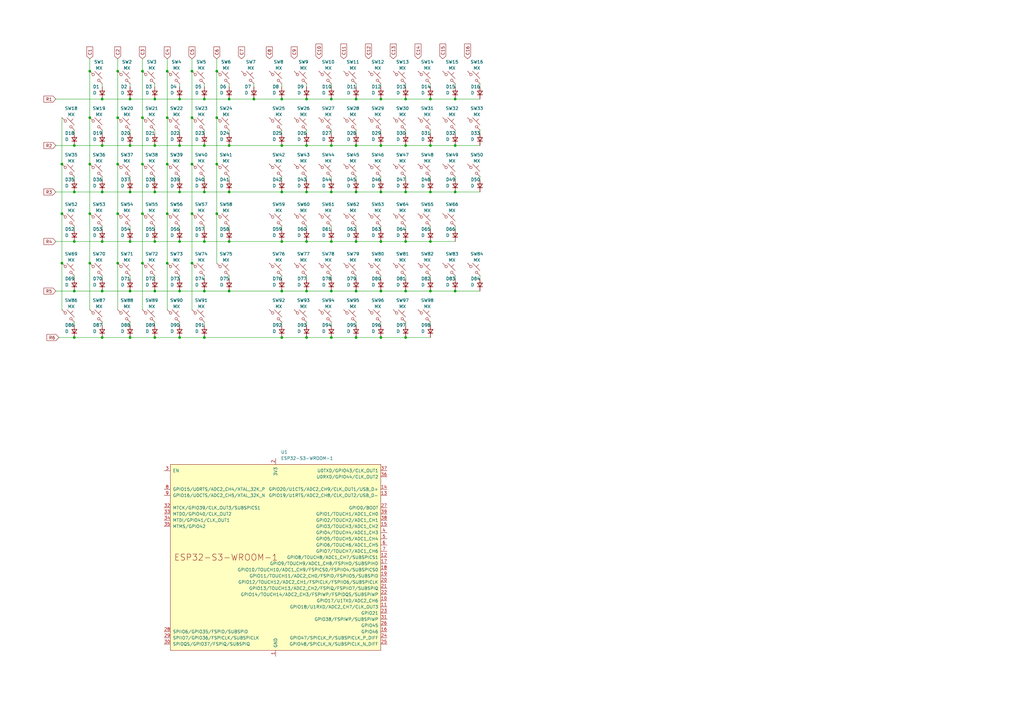
<source format=kicad_sch>
(kicad_sch (version 20230121) (generator eeschema)
  (paper "A3")
  (junction (at 125.73 59.69))
  (junction (at 41.91 59.69))
  (junction (at 36.83 29.21))
  (junction (at 135.89 138.43))
  (junction (at 68.58 48.26))
  (junction (at 83.82 78.74))
  (junction (at 53.34 119.38))
  (junction (at 83.82 40.64))
  (junction (at 25.4 67.31))
  (junction (at 78.74 67.31))
  (junction (at 93.98 99.06))
  (junction (at 41.91 138.43))
  (junction (at 63.5 119.38))
  (junction (at 166.37 40.64))
  (junction (at 115.57 78.74))
  (junction (at 135.89 40.64))
  (junction (at 78.74 107.95))
  (junction (at 186.69 40.64))
  (junction (at 53.34 40.64))
  (junction (at 125.73 78.74))
  (junction (at 88.9 48.26))
  (junction (at 166.37 119.38))
  (junction (at 53.34 138.43))
  (junction (at 166.37 59.69))
  (junction (at 63.5 138.43))
  (junction (at 186.69 119.38))
  (junction (at 115.57 59.69))
  (junction (at 58.42 48.26))
  (junction (at 156.21 78.74))
  (junction (at 53.34 59.69))
  (junction (at 41.91 40.64))
  (junction (at 146.05 40.64))
  (junction (at 186.69 59.69))
  (junction (at 156.21 99.06))
  (junction (at 135.89 119.38))
  (junction (at 115.57 40.64))
  (junction (at 41.91 99.06))
  (junction (at 78.74 87.63))
  (junction (at 68.58 67.31))
  (junction (at 73.66 99.06))
  (junction (at 36.83 107.95))
  (junction (at 125.73 40.64))
  (junction (at 73.66 59.69))
  (junction (at 125.73 99.06))
  (junction (at 68.58 87.63))
  (junction (at 93.98 119.38))
  (junction (at 146.05 119.38))
  (junction (at 36.83 67.31))
  (junction (at 73.66 40.64))
  (junction (at 176.53 119.38))
  (junction (at 176.53 59.69))
  (junction (at 115.57 99.06))
  (junction (at 63.5 99.06))
  (junction (at 25.4 107.95))
  (junction (at 176.53 40.64))
  (junction (at 146.05 59.69))
  (junction (at 68.58 107.95))
  (junction (at 48.26 29.21))
  (junction (at 48.26 87.63))
  (junction (at 93.98 78.74))
  (junction (at 63.5 59.69))
  (junction (at 115.57 138.43))
  (junction (at 83.82 138.43))
  (junction (at 53.34 99.06))
  (junction (at 36.83 48.26))
  (junction (at 156.21 138.43))
  (junction (at 73.66 78.74))
  (junction (at 58.42 29.21))
  (junction (at 88.9 67.31))
  (junction (at 166.37 78.74))
  (junction (at 78.74 48.26))
  (junction (at 176.53 78.74))
  (junction (at 36.83 87.63))
  (junction (at 176.53 99.06))
  (junction (at 78.74 29.21))
  (junction (at 58.42 87.63))
  (junction (at 186.69 78.74))
  (junction (at 73.66 119.38))
  (junction (at 68.58 29.21))
  (junction (at 156.21 40.64))
  (junction (at 63.5 40.64))
  (junction (at 58.42 67.31))
  (junction (at 63.5 78.74))
  (junction (at 166.37 99.06))
  (junction (at 93.98 59.69))
  (junction (at 88.9 29.21))
  (junction (at 83.82 119.38))
  (junction (at 53.34 78.74))
  (junction (at 30.48 59.69))
  (junction (at 83.82 59.69))
  (junction (at 30.48 99.06))
  (junction (at 156.21 119.38))
  (junction (at 83.82 99.06))
  (junction (at 88.9 87.63))
  (junction (at 25.4 87.63))
  (junction (at 58.42 107.95))
  (junction (at 30.48 78.74))
  (junction (at 146.05 99.06))
  (junction (at 146.05 78.74))
  (junction (at 146.05 138.43))
  (junction (at 125.73 119.38))
  (junction (at 125.73 138.43))
  (junction (at 156.21 59.69))
  (junction (at 93.98 40.64))
  (junction (at 48.26 107.95))
  (junction (at 41.91 78.74))
  (junction (at 115.57 119.38))
  (junction (at 41.91 119.38))
  (junction (at 135.89 99.06))
  (junction (at 135.89 59.69))
  (junction (at 48.26 48.26))
  (junction (at 104.14 40.64))
  (junction (at 166.37 138.43))
  (junction (at 30.48 138.43))
  (junction (at 135.89 78.74))
  (junction (at 73.66 138.43))
  (junction (at 30.48 119.38))
  (junction (at 48.26 67.31))
  (wire (pts (xy 73.66 114.3) (xy 73.66 113.03)))
  (wire (pts (xy 146.05 35.56) (xy 146.05 34.29)))
  (wire (pts (xy 135.89 40.64) (xy 146.05 40.64)))
  (wire (pts (xy 53.34 138.43) (xy 63.5 138.43)))
  (wire (pts (xy 146.05 99.06) (xy 156.21 99.06)))
  (wire (pts (xy 125.73 78.74) (xy 135.89 78.74)))
  (wire (pts (xy 156.21 78.74) (xy 166.37 78.74)))
  (wire (pts (xy 63.5 93.98) (xy 63.5 92.71)))
  (wire (pts (xy 41.91 78.74) (xy 53.34 78.74)))
  (wire (pts (xy 186.69 54.61) (xy 186.69 53.34)))
  (wire (pts (xy 48.26 24.13) (xy 48.26 29.21)))
  (wire (pts (xy 41.91 133.35) (xy 41.91 132.08)))
  (wire (pts (xy 53.34 99.06) (xy 63.5 99.06)))
  (wire (pts (xy 166.37 73.66) (xy 166.37 72.39)))
  (wire (pts (xy 30.48 133.35) (xy 30.48 132.08)))
  (wire (pts (xy 48.26 67.31) (xy 48.26 87.63)))
  (wire (pts (xy 176.53 99.06) (xy 186.69 99.06)))
  (wire (pts (xy 166.37 35.56) (xy 166.37 34.29)))
  (wire (pts (xy 41.91 59.69) (xy 53.34 59.69)))
  (wire (pts (xy 53.34 73.66) (xy 53.34 72.39)))
  (wire (pts (xy 73.66 54.61) (xy 73.66 53.34)))
  (wire (pts (xy 115.57 54.61) (xy 115.57 53.34)))
  (wire (pts (xy 156.21 93.98) (xy 156.21 92.71)))
  (wire (pts (xy 146.05 73.66) (xy 146.05 72.39)))
  (wire (pts (xy 196.85 114.3) (xy 196.85 113.03)))
  (wire (pts (xy 78.74 67.31) (xy 78.74 87.63)))
  (wire (pts (xy 41.91 54.61) (xy 41.91 53.34)))
  (wire (pts (xy 68.58 48.26) (xy 68.58 67.31)))
  (wire (pts (xy 63.5 40.64) (xy 73.66 40.64)))
  (wire (pts (xy 135.89 59.69) (xy 146.05 59.69)))
  (wire (pts (xy 36.83 87.63) (xy 36.83 107.95)))
  (wire (pts (xy 41.91 138.43) (xy 53.34 138.43)))
  (wire (pts (xy 36.83 29.21) (xy 36.83 48.26)))
  (wire (pts (xy 53.34 119.38) (xy 63.5 119.38)))
  (wire (pts (xy 93.98 99.06) (xy 115.57 99.06)))
  (wire (pts (xy 78.74 87.63) (xy 78.74 107.95)))
  (wire (pts (xy 135.89 138.43) (xy 146.05 138.43)))
  (wire (pts (xy 48.26 107.95) (xy 48.26 127)))
  (wire (pts (xy 93.98 119.38) (xy 115.57 119.38)))
  (wire (pts (xy 83.82 35.56) (xy 83.82 34.29)))
  (wire (pts (xy 63.5 73.66) (xy 63.5 72.39)))
  (wire (pts (xy 41.91 35.56) (xy 41.91 34.29)))
  (wire (pts (xy 125.73 114.3) (xy 125.73 113.03)))
  (wire (pts (xy 22.86 59.69) (xy 30.48 59.69)))
  (wire (pts (xy 30.48 73.66) (xy 30.48 72.39)))
  (wire (pts (xy 53.34 35.56) (xy 53.34 34.29)))
  (wire (pts (xy 115.57 114.3) (xy 115.57 113.03)))
  (wire (pts (xy 156.21 119.38) (xy 166.37 119.38)))
  (wire (pts (xy 73.66 78.74) (xy 83.82 78.74)))
  (wire (pts (xy 30.48 54.61) (xy 30.48 53.34)))
  (wire (pts (xy 41.91 99.06) (xy 53.34 99.06)))
  (wire (pts (xy 30.48 78.74) (xy 41.91 78.74)))
  (wire (pts (xy 30.48 93.98) (xy 30.48 92.71)))
  (wire (pts (xy 156.21 35.56) (xy 156.21 34.29)))
  (wire (pts (xy 104.14 40.64) (xy 115.57 40.64)))
  (wire (pts (xy 63.5 119.38) (xy 73.66 119.38)))
  (wire (pts (xy 115.57 138.43) (xy 125.73 138.43)))
  (wire (pts (xy 68.58 67.31) (xy 68.58 87.63)))
  (wire (pts (xy 93.98 78.74) (xy 115.57 78.74)))
  (wire (pts (xy 125.73 93.98) (xy 125.73 92.71)))
  (wire (pts (xy 93.98 40.64) (xy 104.14 40.64)))
  (wire (pts (xy 93.98 73.66) (xy 93.98 72.39)))
  (wire (pts (xy 68.58 29.21) (xy 68.58 48.26)))
  (wire (pts (xy 36.83 48.26) (xy 36.83 67.31)))
  (wire (pts (xy 125.73 73.66) (xy 125.73 72.39)))
  (wire (pts (xy 73.66 133.35) (xy 73.66 132.08)))
  (wire (pts (xy 73.66 138.43) (xy 83.82 138.43)))
  (wire (pts (xy 63.5 54.61) (xy 63.5 53.34)))
  (wire (pts (xy 135.89 114.3) (xy 135.89 113.03)))
  (wire (pts (xy 88.9 48.26) (xy 88.9 67.31)))
  (wire (pts (xy 88.9 67.31) (xy 88.9 87.63)))
  (wire (pts (xy 73.66 40.64) (xy 83.82 40.64)))
  (wire (pts (xy 156.21 133.35) (xy 156.21 132.08)))
  (wire (pts (xy 53.34 54.61) (xy 53.34 53.34)))
  (wire (pts (xy 196.85 73.66) (xy 196.85 72.39)))
  (wire (pts (xy 25.4 67.31) (xy 25.4 87.63)))
  (wire (pts (xy 186.69 114.3) (xy 186.69 113.03)))
  (wire (pts (xy 83.82 59.69) (xy 93.98 59.69)))
  (wire (pts (xy 58.42 107.95) (xy 58.42 127)))
  (wire (pts (xy 93.98 93.98) (xy 93.98 92.71)))
  (wire (pts (xy 83.82 99.06) (xy 93.98 99.06)))
  (wire (pts (xy 73.66 93.98) (xy 73.66 92.71)))
  (wire (pts (xy 186.69 59.69) (xy 196.85 59.69)))
  (wire (pts (xy 166.37 119.38) (xy 176.53 119.38)))
  (wire (pts (xy 93.98 35.56) (xy 93.98 34.29)))
  (wire (pts (xy 115.57 73.66) (xy 115.57 72.39)))
  (wire (pts (xy 30.48 59.69) (xy 41.91 59.69)))
  (wire (pts (xy 135.89 99.06) (xy 146.05 99.06)))
  (wire (pts (xy 115.57 119.38) (xy 125.73 119.38)))
  (wire (pts (xy 83.82 78.74) (xy 93.98 78.74)))
  (wire (pts (xy 53.34 93.98) (xy 53.34 92.71)))
  (wire (pts (xy 78.74 29.21) (xy 78.74 48.26)))
  (wire (pts (xy 146.05 119.38) (xy 156.21 119.38)))
  (wire (pts (xy 41.91 73.66) (xy 41.91 72.39)))
  (wire (pts (xy 176.53 40.64) (xy 186.69 40.64)))
  (wire (pts (xy 30.48 138.43) (xy 41.91 138.43)))
  (wire (pts (xy 176.53 93.98) (xy 176.53 92.71)))
  (wire (pts (xy 36.83 67.31) (xy 36.83 87.63)))
  (wire (pts (xy 41.91 40.64) (xy 53.34 40.64)))
  (wire (pts (xy 63.5 35.56) (xy 63.5 34.29)))
  (wire (pts (xy 166.37 114.3) (xy 166.37 113.03)))
  (wire (pts (xy 176.53 73.66) (xy 176.53 72.39)))
  (wire (pts (xy 83.82 54.61) (xy 83.82 53.34)))
  (wire (pts (xy 146.05 54.61) (xy 146.05 53.34)))
  (wire (pts (xy 68.58 87.63) (xy 68.58 107.95)))
  (wire (pts (xy 176.53 54.61) (xy 176.53 53.34)))
  (wire (pts (xy 83.82 40.64) (xy 93.98 40.64)))
  (wire (pts (xy 176.53 119.38) (xy 186.69 119.38)))
  (wire (pts (xy 125.73 54.61) (xy 125.73 53.34)))
  (wire (pts (xy 146.05 40.64) (xy 156.21 40.64)))
  (wire (pts (xy 146.05 78.74) (xy 156.21 78.74)))
  (wire (pts (xy 156.21 59.69) (xy 166.37 59.69)))
  (wire (pts (xy 41.91 93.98) (xy 41.91 92.71)))
  (wire (pts (xy 166.37 93.98) (xy 166.37 92.71)))
  (wire (pts (xy 88.9 24.13) (xy 88.9 29.21)))
  (wire (pts (xy 176.53 59.69) (xy 186.69 59.69)))
  (wire (pts (xy 22.86 40.64) (xy 41.91 40.64)))
  (wire (pts (xy 25.4 87.63) (xy 25.4 107.95)))
  (wire (pts (xy 176.53 78.74) (xy 186.69 78.74)))
  (wire (pts (xy 186.69 35.56) (xy 186.69 34.29)))
  (wire (pts (xy 53.34 59.69) (xy 63.5 59.69)))
  (wire (pts (xy 30.48 119.38) (xy 41.91 119.38)))
  (wire (pts (xy 135.89 54.61) (xy 135.89 53.34)))
  (wire (pts (xy 73.66 73.66) (xy 73.66 72.39)))
  (wire (pts (xy 63.5 138.43) (xy 73.66 138.43)))
  (wire (pts (xy 83.82 73.66) (xy 83.82 72.39)))
  (wire (pts (xy 176.53 133.35) (xy 176.53 132.08)))
  (wire (pts (xy 93.98 114.3) (xy 93.98 113.03)))
  (wire (pts (xy 63.5 99.06) (xy 73.66 99.06)))
  (wire (pts (xy 83.82 133.35) (xy 83.82 132.08)))
  (wire (pts (xy 53.34 133.35) (xy 53.34 132.08)))
  (wire (pts (xy 166.37 54.61) (xy 166.37 53.34)))
  (wire (pts (xy 156.21 54.61) (xy 156.21 53.34)))
  (wire (pts (xy 125.73 138.43) (xy 135.89 138.43)))
  (wire (pts (xy 115.57 133.35) (xy 115.57 132.08)))
  (wire (pts (xy 186.69 78.74) (xy 196.85 78.74)))
  (wire (pts (xy 186.69 119.38) (xy 196.85 119.38)))
  (wire (pts (xy 156.21 99.06) (xy 166.37 99.06)))
  (wire (pts (xy 125.73 119.38) (xy 135.89 119.38)))
  (wire (pts (xy 115.57 35.56) (xy 115.57 34.29)))
  (wire (pts (xy 48.26 87.63) (xy 48.26 107.95)))
  (wire (pts (xy 83.82 114.3) (xy 83.82 113.03)))
  (wire (pts (xy 58.42 29.21) (xy 58.42 48.26)))
  (wire (pts (xy 25.4 107.95) (xy 25.4 127)))
  (wire (pts (xy 30.48 114.3) (xy 30.48 113.03)))
  (wire (pts (xy 58.42 24.13) (xy 58.42 29.21)))
  (wire (pts (xy 166.37 133.35) (xy 166.37 132.08)))
  (wire (pts (xy 156.21 138.43) (xy 166.37 138.43)))
  (wire (pts (xy 115.57 40.64) (xy 125.73 40.64)))
  (wire (pts (xy 48.26 48.26) (xy 48.26 67.31)))
  (wire (pts (xy 125.73 59.69) (xy 135.89 59.69)))
  (wire (pts (xy 88.9 29.21) (xy 88.9 48.26)))
  (wire (pts (xy 48.26 29.21) (xy 48.26 48.26)))
  (wire (pts (xy 156.21 114.3) (xy 156.21 113.03)))
  (wire (pts (xy 78.74 48.26) (xy 78.74 67.31)))
  (wire (pts (xy 63.5 133.35) (xy 63.5 132.08)))
  (wire (pts (xy 135.89 35.56) (xy 135.89 34.29)))
  (wire (pts (xy 125.73 35.56) (xy 125.73 34.29)))
  (wire (pts (xy 196.85 35.56) (xy 196.85 34.29)))
  (wire (pts (xy 135.89 73.66) (xy 135.89 72.39)))
  (wire (pts (xy 53.34 78.74) (xy 63.5 78.74)))
  (wire (pts (xy 196.85 54.61) (xy 196.85 53.34)))
  (wire (pts (xy 58.42 48.26) (xy 58.42 67.31)))
  (wire (pts (xy 78.74 24.13) (xy 78.74 29.21)))
  (wire (pts (xy 115.57 93.98) (xy 115.57 92.71)))
  (wire (pts (xy 73.66 59.69) (xy 83.82 59.69)))
  (wire (pts (xy 36.83 24.13) (xy 36.83 29.21)))
  (wire (pts (xy 146.05 138.43) (xy 156.21 138.43)))
  (wire (pts (xy 166.37 99.06) (xy 176.53 99.06)))
  (wire (pts (xy 93.98 59.69) (xy 115.57 59.69)))
  (wire (pts (xy 146.05 93.98) (xy 146.05 92.71)))
  (wire (pts (xy 22.86 78.74) (xy 30.48 78.74)))
  (wire (pts (xy 24.13 138.43) (xy 30.48 138.43)))
  (wire (pts (xy 63.5 114.3) (xy 63.5 113.03)))
  (wire (pts (xy 104.14 35.56) (xy 104.14 34.29)))
  (wire (pts (xy 53.34 114.3) (xy 53.34 113.03)))
  (wire (pts (xy 73.66 119.38) (xy 83.82 119.38)))
  (wire (pts (xy 22.86 119.38) (xy 30.48 119.38)))
  (wire (pts (xy 78.74 107.95) (xy 78.74 127)))
  (wire (pts (xy 83.82 138.43) (xy 115.57 138.43)))
  (wire (pts (xy 58.42 67.31) (xy 58.42 87.63)))
  (wire (pts (xy 63.5 78.74) (xy 73.66 78.74)))
  (wire (pts (xy 115.57 99.06) (xy 125.73 99.06)))
  (wire (pts (xy 156.21 73.66) (xy 156.21 72.39)))
  (wire (pts (xy 135.89 78.74) (xy 146.05 78.74)))
  (wire (pts (xy 135.89 93.98) (xy 135.89 92.71)))
  (wire (pts (xy 73.66 99.06) (xy 83.82 99.06)))
  (wire (pts (xy 146.05 59.69) (xy 156.21 59.69)))
  (wire (pts (xy 146.05 133.35) (xy 146.05 132.08)))
  (wire (pts (xy 186.69 93.98) (xy 186.69 92.71)))
  (wire (pts (xy 41.91 114.3) (xy 41.91 113.03)))
  (wire (pts (xy 41.91 119.38) (xy 53.34 119.38)))
  (wire (pts (xy 83.82 119.38) (xy 93.98 119.38)))
  (wire (pts (xy 186.69 40.64) (xy 196.85 40.64)))
  (wire (pts (xy 30.48 99.06) (xy 41.91 99.06)))
  (wire (pts (xy 68.58 107.95) (xy 68.58 127)))
  (wire (pts (xy 115.57 59.69) (xy 125.73 59.69)))
  (wire (pts (xy 135.89 119.38) (xy 146.05 119.38)))
  (wire (pts (xy 53.34 40.64) (xy 63.5 40.64)))
  (wire (pts (xy 166.37 138.43) (xy 176.53 138.43)))
  (wire (pts (xy 25.4 48.26) (xy 25.4 67.31)))
  (wire (pts (xy 135.89 133.35) (xy 135.89 132.08)))
  (wire (pts (xy 68.58 24.13) (xy 68.58 29.21)))
  (wire (pts (xy 22.86 99.06) (xy 30.48 99.06)))
  (wire (pts (xy 186.69 73.66) (xy 186.69 72.39)))
  (wire (pts (xy 166.37 78.74) (xy 176.53 78.74)))
  (wire (pts (xy 58.42 87.63) (xy 58.42 107.95)))
  (wire (pts (xy 176.53 114.3) (xy 176.53 113.03)))
  (wire (pts (xy 156.21 40.64) (xy 166.37 40.64)))
  (wire (pts (xy 36.83 107.95) (xy 36.83 127)))
  (wire (pts (xy 93.98 54.61) (xy 93.98 53.34)))
  (wire (pts (xy 146.05 114.3) (xy 146.05 113.03)))
  (wire (pts (xy 88.9 87.63) (xy 88.9 107.95)))
  (wire (pts (xy 166.37 59.69) (xy 176.53 59.69)))
  (wire (pts (xy 73.66 35.56) (xy 73.66 34.29)))
  (wire (pts (xy 125.73 40.64) (xy 135.89 40.64)))
  (wire (pts (xy 125.73 99.06) (xy 135.89 99.06)))
  (wire (pts (xy 63.5 59.69) (xy 73.66 59.69)))
  (wire (pts (xy 166.37 40.64) (xy 176.53 40.64)))
  (wire (pts (xy 115.57 78.74) (xy 125.73 78.74)))
  (wire (pts (xy 125.73 133.35) (xy 125.73 132.08)))
  (wire (pts (xy 176.53 35.56) (xy 176.53 34.29)))
  (wire (pts (xy 83.82 93.98) (xy 83.82 92.71)))
  (global_label "C10" (shape input) (at 130.81 24.13 90) (property "Intersheetrefs" "${INTERSHEET_REFS}" (effects hide)))
  (global_label "C6" (shape input) (at 88.9 24.13 90) (property "Intersheetrefs" "${INTERSHEET_REFS}" (effects hide)))
  (global_label "R1" (shape input) (at 22.86 40.64 180) (property "Intersheetrefs" "${INTERSHEET_REFS}" (effects hide)))
  (global_label "C4" (shape input) (at 68.58 24.13 90) (property "Intersheetrefs" "${INTERSHEET_REFS}" (effects hide)))
  (global_label "C15" (shape input) (at 181.61 24.13 90) (property "Intersheetrefs" "${INTERSHEET_REFS}" (effects hide)))
  (global_label "C7" (shape input) (at 99.06 24.13 90) (property "Intersheetrefs" "${INTERSHEET_REFS}" (effects hide)))
  (global_label "C11" (shape input) (at 140.97 24.13 90) (property "Intersheetrefs" "${INTERSHEET_REFS}" (effects hide)))
  (global_label "R3" (shape input) (at 22.86 78.74 180) (property "Intersheetrefs" "${INTERSHEET_REFS}" (effects hide)))
  (global_label "C14" (shape input) (at 171.45 24.13 90) (property "Intersheetrefs" "${INTERSHEET_REFS}" (effects hide)))
  (global_label "R5" (shape input) (at 22.86 119.38 180) (property "Intersheetrefs" "${INTERSHEET_REFS}" (effects hide)))
  (global_label "C8" (shape input) (at 110.49 24.13 90) (property "Intersheetrefs" "${INTERSHEET_REFS}" (effects hide)))
  (global_label "C2" (shape input) (at 48.26 24.13 90) (property "Intersheetrefs" "${INTERSHEET_REFS}" (effects hide)))
  (global_label "R4" (shape input) (at 22.86 99.06 180) (property "Intersheetrefs" "${INTERSHEET_REFS}" (effects hide)))
  (global_label "C16" (shape input) (at 191.77 24.13 90) (property "Intersheetrefs" "${INTERSHEET_REFS}" (effects hide)))
  (global_label "C3" (shape input) (at 58.42 24.13 90) (property "Intersheetrefs" "${INTERSHEET_REFS}" (effects hide)))
  (global_label "C9" (shape input) (at 120.65 24.13 90) (property "Intersheetrefs" "${INTERSHEET_REFS}" (effects hide)))
  (global_label "C13" (shape input) (at 161.29 24.13 90) (property "Intersheetrefs" "${INTERSHEET_REFS}" (effects hide)))
  (global_label "C12" (shape input) (at 151.13 24.13 90) (property "Intersheetrefs" "${INTERSHEET_REFS}" (effects hide)))
  (global_label "C1" (shape input) (at 36.83 24.13 90) (property "Intersheetrefs" "${INTERSHEET_REFS}" (effects hide)))
  (global_label "C5" (shape input) (at 78.74 24.13 90) (property "Intersheetrefs" "${INTERSHEET_REFS}" (effects hide)))
  (global_label "R2" (shape input) (at 22.86 59.69 180) (property "Intersheetrefs" "${INTERSHEET_REFS}" (effects hide)))
  (global_label "R6" (shape input) (at 24.13 138.43 180) (property "Intersheetrefs" "${INTERSHEET_REFS}" (effects hide)))
  (symbol (lib_id "Device:D_Small") (at 104.14 38.1 90) (unit 1)
    (property "Reference" "D7" (at 100.33 35.56 90) (effects (justify right)))
    (property "Value" "D" (at 100.33 38.1 90) (effects (justify right)))
    (property "Footprint" "Diode_THT:D_DO-35_SOD27_P7.62mm_Horizontal" (effects hide))
    (property "Sim.Device" "D" (effects hide))
    (property "Sim.Pins" "1=K 2=A" (effects hide))
  )
  (symbol (lib_id "Device:D_Small") (at 41.91 135.89 90) (unit 1)
    (property "Reference" "D87" (at 38.1 133.35 90) (effects (justify right)))
    (property "Value" "D" (at 38.1 135.89 90) (effects (justify right)))
    (property "Footprint" "Diode_THT:D_DO-35_SOD27_P7.62mm_Horizontal" (effects hide))
    (property "Sim.Device" "D" (effects hide))
    (property "Sim.Pins" "1=K 2=A" (effects hide))
  )
  (symbol (lib_id "PCM_marbastlib-mx:MX_SW_solder") (at 163.83 90.17 0) (unit 1)
    (property "Reference" "SW64" (at 165.1 83.82 0))
    (property "Value" "MX" (at 165.1 86.36 0))
    (property "Footprint" "Button_Switch_Keyboard:SW_Cherry_MX_1.00u_PCB" (effects hide))
  )
  (symbol (lib_id "Device:D_Small") (at 196.85 57.15 90) (unit 1)
    (property "Reference" "D33" (at 193.04 54.61 90) (effects (justify right)))
    (property "Value" "D" (at 193.04 57.15 90) (effects (justify right)))
    (property "Footprint" "Diode_THT:D_DO-35_SOD27_P7.62mm_Horizontal" (effects hide))
    (property "Sim.Device" "D" (effects hide))
    (property "Sim.Pins" "1=K 2=A" (effects hide))
  )
  (symbol (lib_id "PCM_marbastlib-mx:MX_SW_solder") (at 101.6 31.75 0) (unit 1)
    (property "Reference" "SW7" (at 102.87 25.4 0))
    (property "Value" "MX" (at 102.87 27.94 0))
    (property "Footprint" "Button_Switch_Keyboard:SW_Cherry_MX_1.00u_PCB" (effects hide))
  )
  (symbol (lib_id "Device:D_Small") (at 156.21 135.89 90) (unit 1)
    (property "Reference" "D96" (at 152.4 133.35 90) (effects (justify right)))
    (property "Value" "D" (at 152.4 135.89 90) (effects (justify right)))
    (property "Footprint" "Diode_THT:D_DO-35_SOD27_P7.62mm_Horizontal" (effects hide))
    (property "Sim.Device" "D" (effects hide))
    (property "Sim.Pins" "1=K 2=A" (effects hide))
  )
  (symbol (lib_id "Device:D_Small") (at 196.85 38.1 90) (unit 1)
    (property "Reference" "D16" (at 193.04 35.56 90) (effects (justify right)))
    (property "Value" "D" (at 193.04 38.1 90) (effects (justify right)))
    (property "Footprint" "Diode_THT:D_DO-35_SOD27_P7.62mm_Horizontal" (effects hide))
    (property "Sim.Device" "D" (effects hide))
    (property "Sim.Pins" "1=K 2=A" (effects hide))
  )
  (symbol (lib_id "PCM_marbastlib-mx:MX_SW_solder") (at 81.28 90.17 0) (unit 1)
    (property "Reference" "SW57" (at 82.55 83.82 0))
    (property "Value" "MX" (at 82.55 86.36 0))
    (property "Footprint" "Button_Switch_Keyboard:SW_Cherry_MX_1.00u_PCB" (effects hide))
  )
  (symbol (lib_id "PCM_marbastlib-mx:MX_SW_solder") (at 194.31 110.49 0) (unit 1)
    (property "Reference" "SW84" (at 195.58 104.14 0))
    (property "Value" "MX" (at 195.58 106.68 0))
    (property "Footprint" "Button_Switch_Keyboard:SW_Cherry_MX_1.00u_PCB" (effects hide))
  )
  (symbol (lib_id "PCM_marbastlib-mx:MX_SW_solder") (at 39.37 90.17 0) (unit 1)
    (property "Reference" "SW53" (at 40.64 83.82 0))
    (property "Value" "MX" (at 40.64 86.36 0))
    (property "Footprint" "Button_Switch_Keyboard:SW_Cherry_MX_1.00u_PCB" (effects hide))
  )
  (symbol (lib_id "PCM_Espressif:ESP32-S3-WROOM-1") (at 113.03 228.6 0) (unit 1)
    (property "Reference" "U1" (at 115.2241 185.42 0) (effects (justify left)))
    (property "Value" "ESP32-S3-WROOM-1" (at 115.2241 187.96 0) (effects (justify left)))
    (property "Footprint" "Espressif:ESP32-S3-WROOM-1" (effects hide))
    (property "Datasheet" "https://www.espressif.com/sites/default/files/documentation/esp32-s3-wroom-1_wroom-1u_datasheet_en.pdf" (effects hide))
  )
  (symbol (lib_id "PCM_marbastlib-mx:MX_SW_solder") (at 91.44 90.17 0) (unit 1)
    (property "Reference" "SW58" (at 92.71 83.82 0))
    (property "Value" "MX" (at 92.71 86.36 0))
    (property "Footprint" "Button_Switch_Keyboard:SW_Cherry_MX_1.00u_PCB" (effects hide))
  )
  (symbol (lib_id "Device:D_Small") (at 73.66 116.84 90) (unit 1)
    (property "Reference" "D73" (at 69.85 114.3 90) (effects (justify right)))
    (property "Value" "D" (at 69.85 116.84 90) (effects (justify right)))
    (property "Footprint" "Diode_THT:D_DO-35_SOD27_P7.62mm_Horizontal" (effects hide))
    (property "Sim.Device" "D" (effects hide))
    (property "Sim.Pins" "1=K 2=A" (effects hide))
  )
  (symbol (lib_id "Device:D_Small") (at 135.89 76.2 90) (unit 1)
    (property "Reference" "D44" (at 132.08 73.66 90) (effects (justify right)))
    (property "Value" "D" (at 132.08 76.2 90) (effects (justify right)))
    (property "Footprint" "Diode_THT:D_DO-35_SOD27_P7.62mm_Horizontal" (effects hide))
    (property "Sim.Device" "D" (effects hide))
    (property "Sim.Pins" "1=K 2=A" (effects hide))
  )
  (symbol (lib_id "Device:D_Small") (at 93.98 57.15 90) (unit 1)
    (property "Reference" "D24" (at 90.17 54.61 90) (effects (justify right)))
    (property "Value" "D" (at 90.17 57.15 90) (effects (justify right)))
    (property "Footprint" "Diode_THT:D_DO-35_SOD27_P7.62mm_Horizontal" (effects hide))
    (property "Sim.Device" "D" (effects hide))
    (property "Sim.Pins" "1=K 2=A" (effects hide))
  )
  (symbol (lib_id "Device:D_Small") (at 146.05 135.89 90) (unit 1)
    (property "Reference" "D95" (at 142.24 133.35 90) (effects (justify right)))
    (property "Value" "D" (at 142.24 135.89 90) (effects (justify right)))
    (property "Footprint" "Diode_THT:D_DO-35_SOD27_P7.62mm_Horizontal" (effects hide))
    (property "Sim.Device" "D" (effects hide))
    (property "Sim.Pins" "1=K 2=A" (effects hide))
  )
  (symbol (lib_id "PCM_marbastlib-mx:MX_SW_solder") (at 194.31 50.8 0) (unit 1)
    (property "Reference" "SW33" (at 195.58 44.45 0))
    (property "Value" "MX" (at 195.58 46.99 0))
    (property "Footprint" "Button_Switch_Keyboard:SW_Cherry_MX_1.00u_PCB" (effects hide))
  )
  (symbol (lib_id "PCM_marbastlib-mx:MX_SW_solder") (at 163.83 69.85 0) (unit 1)
    (property "Reference" "SW47" (at 165.1 63.5 0))
    (property "Value" "MX" (at 165.1 66.04 0))
    (property "Footprint" "Button_Switch_Keyboard:SW_Cherry_MX_1.00u_PCB" (effects hide))
  )
  (symbol (lib_id "Device:D_Small") (at 156.21 57.15 90) (unit 1)
    (property "Reference" "D29" (at 152.4 54.61 90) (effects (justify right)))
    (property "Value" "D" (at 152.4 57.15 90) (effects (justify right)))
    (property "Footprint" "Diode_THT:D_DO-35_SOD27_P7.62mm_Horizontal" (effects hide))
    (property "Sim.Device" "D" (effects hide))
    (property "Sim.Pins" "1=K 2=A" (effects hide))
  )
  (symbol (lib_id "PCM_marbastlib-mx:MX_SW_solder") (at 123.19 129.54 0) (unit 1)
    (property "Reference" "SW93" (at 124.46 123.19 0))
    (property "Value" "MX" (at 124.46 125.73 0))
    (property "Footprint" "Button_Switch_Keyboard:SW_Cherry_MX_1.00u_PCB" (effects hide))
  )
  (symbol (lib_id "PCM_marbastlib-mx:MX_SW_solder") (at 71.12 90.17 0) (unit 1)
    (property "Reference" "SW56" (at 72.39 83.82 0))
    (property "Value" "MX" (at 72.39 86.36 0))
    (property "Footprint" "Button_Switch_Keyboard:SW_Cherry_MX_1.00u_PCB" (effects hide))
  )
  (symbol (lib_id "PCM_marbastlib-mx:MX_SW_solder") (at 113.03 31.75 0) (unit 1)
    (property "Reference" "SW8" (at 114.3 25.4 0))
    (property "Value" "MX" (at 114.3 27.94 0))
    (property "Footprint" "Button_Switch_Keyboard:SW_Cherry_MX_1.00u_PCB" (effects hide))
  )
  (symbol (lib_id "Device:D_Small") (at 186.69 96.52 90) (unit 1)
    (property "Reference" "D66" (at 182.88 93.98 90) (effects (justify right)))
    (property "Value" "D" (at 182.88 96.52 90) (effects (justify right)))
    (property "Footprint" "Diode_THT:D_DO-35_SOD27_P7.62mm_Horizontal" (effects hide))
    (property "Sim.Device" "D" (effects hide))
    (property "Sim.Pins" "1=K 2=A" (effects hide))
  )
  (symbol (lib_id "Device:D_Small") (at 115.57 135.89 90) (unit 1)
    (property "Reference" "D92" (at 111.76 133.35 90) (effects (justify right)))
    (property "Value" "D" (at 111.76 135.89 90) (effects (justify right)))
    (property "Footprint" "Diode_THT:D_DO-35_SOD27_P7.62mm_Horizontal" (effects hide))
    (property "Sim.Device" "D" (effects hide))
    (property "Sim.Pins" "1=K 2=A" (effects hide))
  )
  (symbol (lib_id "Device:D_Small") (at 196.85 116.84 90) (unit 1)
    (property "Reference" "D84" (at 193.04 114.3 90) (effects (justify right)))
    (property "Value" "D" (at 193.04 116.84 90) (effects (justify right)))
    (property "Footprint" "Diode_THT:D_DO-35_SOD27_P7.62mm_Horizontal" (effects hide))
    (property "Sim.Device" "D" (effects hide))
    (property "Sim.Pins" "1=K 2=A" (effects hide))
  )
  (symbol (lib_id "Device:D_Small") (at 63.5 96.52 90) (unit 1)
    (property "Reference" "D55" (at 59.69 93.98 90) (effects (justify right)))
    (property "Value" "D" (at 59.69 96.52 90) (effects (justify right)))
    (property "Footprint" "Diode_THT:D_DO-35_SOD27_P7.62mm_Horizontal" (effects hide))
    (property "Sim.Device" "D" (effects hide))
    (property "Sim.Pins" "1=K 2=A" (effects hide))
  )
  (symbol (lib_id "PCM_marbastlib-mx:MX_SW_solder") (at 113.03 50.8 0) (unit 1)
    (property "Reference" "SW25" (at 114.3 44.45 0))
    (property "Value" "MX" (at 114.3 46.99 0))
    (property "Footprint" "Button_Switch_Keyboard:SW_Cherry_MX_1.00u_PCB" (effects hide))
  )
  (symbol (lib_id "Device:D_Small") (at 73.66 76.2 90) (unit 1)
    (property "Reference" "D39" (at 69.85 73.66 90) (effects (justify right)))
    (property "Value" "D" (at 69.85 76.2 90) (effects (justify right)))
    (property "Footprint" "Diode_THT:D_DO-35_SOD27_P7.62mm_Horizontal" (effects hide))
    (property "Sim.Device" "D" (effects hide))
    (property "Sim.Pins" "1=K 2=A" (effects hide))
  )
  (symbol (lib_id "PCM_marbastlib-mx:MX_SW_solder") (at 143.51 50.8 0) (unit 1)
    (property "Reference" "SW28" (at 144.78 44.45 0))
    (property "Value" "MX" (at 144.78 46.99 0))
    (property "Footprint" "Button_Switch_Keyboard:SW_Cherry_MX_1.00u_PCB" (effects hide))
  )
  (symbol (lib_id "PCM_marbastlib-mx:MX_SW_solder") (at 27.94 110.49 0) (unit 1)
    (property "Reference" "SW69" (at 29.21 104.14 0))
    (property "Value" "MX" (at 29.21 106.68 0))
    (property "Footprint" "Button_Switch_Keyboard:SW_Cherry_MX_1.00u_PCB" (effects hide))
  )
  (symbol (lib_id "Device:D_Small") (at 93.98 38.1 90) (unit 1)
    (property "Reference" "D6" (at 90.17 35.56 90) (effects (justify right)))
    (property "Value" "D" (at 90.17 38.1 90) (effects (justify right)))
    (property "Footprint" "Diode_THT:D_DO-35_SOD27_P7.62mm_Horizontal" (effects hide))
    (property "Sim.Device" "D" (effects hide))
    (property "Sim.Pins" "1=K 2=A" (effects hide))
  )
  (symbol (lib_id "Device:D_Small") (at 166.37 38.1 90) (unit 1)
    (property "Reference" "D13" (at 162.56 35.56 90) (effects (justify right)))
    (property "Value" "D" (at 162.56 38.1 90) (effects (justify right)))
    (property "Footprint" "Diode_THT:D_DO-35_SOD27_P7.62mm_Horizontal" (effects hide))
    (property "Sim.Device" "D" (effects hide))
    (property "Sim.Pins" "1=K 2=A" (effects hide))
  )
  (symbol (lib_id "Device:D_Small") (at 53.34 57.15 90) (unit 1)
    (property "Reference" "D20" (at 49.53 54.61 90) (effects (justify right)))
    (property "Value" "D" (at 49.53 57.15 90) (effects (justify right)))
    (property "Footprint" "Diode_THT:D_DO-35_SOD27_P7.62mm_Horizontal" (effects hide))
    (property "Sim.Device" "D" (effects hide))
    (property "Sim.Pins" "1=K 2=A" (effects hide))
  )
  (symbol (lib_id "Device:D_Small") (at 156.21 76.2 90) (unit 1)
    (property "Reference" "D46" (at 152.4 73.66 90) (effects (justify right)))
    (property "Value" "D" (at 152.4 76.2 90) (effects (justify right)))
    (property "Footprint" "Diode_THT:D_DO-35_SOD27_P7.62mm_Horizontal" (effects hide))
    (property "Sim.Device" "D" (effects hide))
    (property "Sim.Pins" "1=K 2=A" (effects hide))
  )
  (symbol (lib_id "PCM_marbastlib-mx:MX_SW_solder") (at 27.94 69.85 0) (unit 1)
    (property "Reference" "SW35" (at 29.21 63.5 0))
    (property "Value" "MX" (at 29.21 66.04 0))
    (property "Footprint" "Button_Switch_Keyboard:SW_Cherry_MX_1.00u_PCB" (effects hide))
  )
  (symbol (lib_id "Device:D_Small") (at 63.5 38.1 90) (unit 1)
    (property "Reference" "D3" (at 59.69 35.56 90) (effects (justify right)))
    (property "Value" "D" (at 59.69 38.1 90) (effects (justify right)))
    (property "Footprint" "Diode_THT:D_DO-35_SOD27_P7.62mm_Horizontal" (effects hide))
    (property "Sim.Device" "D" (effects hide))
    (property "Sim.Pins" "1=K 2=A" (effects hide))
  )
  (symbol (lib_id "Device:D_Small") (at 53.34 135.89 90) (unit 1)
    (property "Reference" "D88" (at 49.53 133.35 90) (effects (justify right)))
    (property "Value" "D" (at 49.53 135.89 90) (effects (justify right)))
    (property "Footprint" "Diode_THT:D_DO-35_SOD27_P7.62mm_Horizontal" (effects hide))
    (property "Sim.Device" "D" (effects hide))
    (property "Sim.Pins" "1=K 2=A" (effects hide))
  )
  (symbol (lib_id "PCM_marbastlib-mx:MX_SW_solder") (at 81.28 129.54 0) (unit 1)
    (property "Reference" "SW91" (at 82.55 123.19 0))
    (property "Value" "MX" (at 82.55 125.73 0))
    (property "Footprint" "Button_Switch_Keyboard:SW_Cherry_MX_1.00u_PCB" (effects hide))
  )
  (symbol (lib_id "Device:D_Small") (at 176.53 38.1 90) (unit 1)
    (property "Reference" "D14" (at 172.72 35.56 90) (effects (justify right)))
    (property "Value" "D" (at 172.72 38.1 90) (effects (justify right)))
    (property "Footprint" "Diode_THT:D_DO-35_SOD27_P7.62mm_Horizontal" (effects hide))
    (property "Sim.Device" "D" (effects hide))
    (property "Sim.Pins" "1=K 2=A" (effects hide))
  )
  (symbol (lib_id "Device:D_Small") (at 73.66 57.15 90) (unit 1)
    (property "Reference" "D22" (at 69.85 54.61 90) (effects (justify right)))
    (property "Value" "D" (at 69.85 57.15 90) (effects (justify right)))
    (property "Footprint" "Diode_THT:D_DO-35_SOD27_P7.62mm_Horizontal" (effects hide))
    (property "Sim.Device" "D" (effects hide))
    (property "Sim.Pins" "1=K 2=A" (effects hide))
  )
  (symbol (lib_id "PCM_marbastlib-mx:MX_SW_solder") (at 27.94 90.17 0) (unit 1)
    (property "Reference" "SW52" (at 29.21 83.82 0))
    (property "Value" "MX" (at 29.21 86.36 0))
    (property "Footprint" "Button_Switch_Keyboard:SW_Cherry_MX_1.00u_PCB" (effects hide))
  )
  (symbol (lib_id "PCM_marbastlib-mx:MX_SW_solder") (at 91.44 110.49 0) (unit 1)
    (property "Reference" "SW75" (at 92.71 104.14 0))
    (property "Value" "MX" (at 92.71 106.68 0))
    (property "Footprint" "Button_Switch_Keyboard:SW_Cherry_MX_1.00u_PCB" (effects hide))
  )
  (symbol (lib_id "PCM_marbastlib-mx:MX_SW_solder") (at 173.99 69.85 0) (unit 1)
    (property "Reference" "SW48" (at 175.26 63.5 0))
    (property "Value" "MX" (at 175.26 66.04 0))
    (property "Footprint" "Button_Switch_Keyboard:SW_Cherry_MX_1.00u_PCB" (effects hide))
  )
  (symbol (lib_id "PCM_marbastlib-mx:MX_SW_solder") (at 184.15 69.85 0) (unit 1)
    (property "Reference" "SW49" (at 185.42 63.5 0))
    (property "Value" "MX" (at 185.42 66.04 0))
    (property "Footprint" "Button_Switch_Keyboard:SW_Cherry_MX_1.00u_PCB" (effects hide))
  )
  (symbol (lib_id "Device:D_Small") (at 146.05 96.52 90) (unit 1)
    (property "Reference" "D62" (at 142.24 93.98 90) (effects (justify right)))
    (property "Value" "D" (at 142.24 96.52 90) (effects (justify right)))
    (property "Footprint" "Diode_THT:D_DO-35_SOD27_P7.62mm_Horizontal" (effects hide))
    (property "Sim.Device" "D" (effects hide))
    (property "Sim.Pins" "1=K 2=A" (effects hide))
  )
  (symbol (lib_id "Device:D_Small") (at 135.89 135.89 90) (unit 1)
    (property "Reference" "D94" (at 132.08 133.35 90) (effects (justify right)))
    (property "Value" "D" (at 132.08 135.89 90) (effects (justify right)))
    (property "Footprint" "Diode_THT:D_DO-35_SOD27_P7.62mm_Horizontal" (effects hide))
    (property "Sim.Device" "D" (effects hide))
    (property "Sim.Pins" "1=K 2=A" (effects hide))
  )
  (symbol (lib_id "PCM_marbastlib-mx:MX_SW_solder") (at 39.37 50.8 0) (unit 1)
    (property "Reference" "SW19" (at 40.64 44.45 0))
    (property "Value" "MX" (at 40.64 46.99 0))
    (property "Footprint" "Button_Switch_Keyboard:SW_Cherry_MX_1.00u_PCB" (effects hide))
  )
  (symbol (lib_id "Device:D_Small") (at 93.98 96.52 90) (unit 1)
    (property "Reference" "D58" (at 90.17 93.98 90) (effects (justify right)))
    (property "Value" "D" (at 90.17 96.52 90) (effects (justify right)))
    (property "Footprint" "Diode_THT:D_DO-35_SOD27_P7.62mm_Horizontal" (effects hide))
    (property "Sim.Device" "D" (effects hide))
    (property "Sim.Pins" "1=K 2=A" (effects hide))
  )
  (symbol (lib_id "PCM_marbastlib-mx:MX_SW_solder") (at 71.12 110.49 0) (unit 1)
    (property "Reference" "SW73" (at 72.39 104.14 0))
    (property "Value" "MX" (at 72.39 106.68 0))
    (property "Footprint" "Button_Switch_Keyboard:SW_Cherry_MX_1.00u_PCB" (effects hide))
  )
  (symbol (lib_id "Device:D_Small") (at 135.89 96.52 90) (unit 1)
    (property "Reference" "D61" (at 132.08 93.98 90) (effects (justify right)))
    (property "Value" "D" (at 132.08 96.52 90) (effects (justify right)))
    (property "Footprint" "Diode_THT:D_DO-35_SOD27_P7.62mm_Horizontal" (effects hide))
    (property "Sim.Device" "D" (effects hide))
    (property "Sim.Pins" "1=K 2=A" (effects hide))
  )
  (symbol (lib_id "Device:D_Small") (at 30.48 76.2 90) (unit 1)
    (property "Reference" "D35" (at 26.67 73.66 90) (effects (justify right)))
    (property "Value" "D" (at 26.67 76.2 90) (effects (justify right)))
    (property "Footprint" "Diode_THT:D_DO-35_SOD27_P7.62mm_Horizontal" (effects hide))
    (property "Sim.Device" "D" (effects hide))
    (property "Sim.Pins" "1=K 2=A" (effects hide))
  )
  (symbol (lib_id "Device:D_Small") (at 186.69 76.2 90) (unit 1)
    (property "Reference" "D49" (at 182.88 73.66 90) (effects (justify right)))
    (property "Value" "D" (at 182.88 76.2 90) (effects (justify right)))
    (property "Footprint" "Diode_THT:D_DO-35_SOD27_P7.62mm_Horizontal" (effects hide))
    (property "Sim.Device" "D" (effects hide))
    (property "Sim.Pins" "1=K 2=A" (effects hide))
  )
  (symbol (lib_id "PCM_marbastlib-mx:MX_SW_solder") (at 173.99 31.75 0) (unit 1)
    (property "Reference" "SW14" (at 175.26 25.4 0))
    (property "Value" "MX" (at 175.26 27.94 0))
    (property "Footprint" "Button_Switch_Keyboard:SW_Cherry_MX_1.00u_PCB" (effects hide))
  )
  (symbol (lib_id "Device:D_Small") (at 63.5 57.15 90) (unit 1)
    (property "Reference" "D21" (at 59.69 54.61 90) (effects (justify right)))
    (property "Value" "D" (at 59.69 57.15 90) (effects (justify right)))
    (property "Footprint" "Diode_THT:D_DO-35_SOD27_P7.62mm_Horizontal" (effects hide))
    (property "Sim.Device" "D" (effects hide))
    (property "Sim.Pins" "1=K 2=A" (effects hide))
  )
  (symbol (lib_id "Device:D_Small") (at 73.66 135.89 90) (unit 1)
    (property "Reference" "D90" (at 69.85 133.35 90) (effects (justify right)))
    (property "Value" "D" (at 69.85 135.89 90) (effects (justify right)))
    (property "Footprint" "Diode_THT:D_DO-35_SOD27_P7.62mm_Horizontal" (effects hide))
    (property "Sim.Device" "D" (effects hide))
    (property "Sim.Pins" "1=K 2=A" (effects hide))
  )
  (symbol (lib_id "PCM_marbastlib-mx:MX_SW_solder") (at 71.12 31.75 0) (unit 1)
    (property "Reference" "SW4" (at 72.39 25.4 0))
    (property "Value" "MX" (at 72.39 27.94 0))
    (property "Footprint" "Button_Switch_Keyboard:SW_Cherry_MX_1.00u_PCB" (effects hide))
  )
  (symbol (lib_id "PCM_marbastlib-mx:MX_SW_solder") (at 50.8 90.17 0) (unit 1)
    (property "Reference" "SW54" (at 52.07 83.82 0))
    (property "Value" "MX" (at 52.07 86.36 0))
    (property "Footprint" "Button_Switch_Keyboard:SW_Cherry_MX_1.00u_PCB" (effects hide))
  )
  (symbol (lib_id "PCM_marbastlib-mx:MX_SW_solder") (at 81.28 50.8 0) (unit 1)
    (property "Reference" "SW23" (at 82.55 44.45 0))
    (property "Value" "MX" (at 82.55 46.99 0))
    (property "Footprint" "Button_Switch_Keyboard:SW_Cherry_MX_1.00u_PCB" (effects hide))
  )
  (symbol (lib_id "Device:D_Small") (at 146.05 38.1 90) (unit 1)
    (property "Reference" "D11" (at 142.24 35.56 90) (effects (justify right)))
    (property "Value" "D" (at 142.24 38.1 90) (effects (justify right)))
    (property "Footprint" "Diode_THT:D_DO-35_SOD27_P7.62mm_Horizontal" (effects hide))
    (property "Sim.Device" "D" (effects hide))
    (property "Sim.Pins" "1=K 2=A" (effects hide))
  )
  (symbol (lib_id "PCM_marbastlib-mx:MX_SW_solder") (at 123.19 110.49 0) (unit 1)
    (property "Reference" "SW77" (at 124.46 104.14 0))
    (property "Value" "MX" (at 124.46 106.68 0))
    (property "Footprint" "Button_Switch_Keyboard:SW_Cherry_MX_1.00u_PCB" (effects hide))
  )
  (symbol (lib_id "PCM_marbastlib-mx:MX_SW_solder") (at 39.37 110.49 0) (unit 1)
    (property "Reference" "SW70" (at 40.64 104.14 0))
    (property "Value" "MX" (at 40.64 106.68 0))
    (property "Footprint" "Button_Switch_Keyboard:SW_Cherry_MX_1.00u_PCB" (effects hide))
  )
  (symbol (lib_id "PCM_marbastlib-mx:MX_SW_solder") (at 194.31 31.75 0) (unit 1)
    (property "Reference" "SW16" (at 195.58 25.4 0))
    (property "Value" "MX" (at 195.58 27.94 0))
    (property "Footprint" "Button_Switch_Keyboard:SW_Cherry_MX_1.00u_PCB" (effects hide))
  )
  (symbol (lib_id "PCM_marbastlib-mx:MX_SW_solder") (at 123.19 69.85 0) (unit 1)
    (property "Reference" "SW43" (at 124.46 63.5 0))
    (property "Value" "MX" (at 124.46 66.04 0))
    (property "Footprint" "Button_Switch_Keyboard:SW_Cherry_MX_1.00u_PCB" (effects hide))
  )
  (symbol (lib_id "PCM_marbastlib-mx:MX_SW_solder") (at 71.12 129.54 0) (unit 1)
    (property "Reference" "SW90" (at 72.39 123.19 0))
    (property "Value" "MX" (at 72.39 125.73 0))
    (property "Footprint" "Button_Switch_Keyboard:SW_Cherry_MX_1.00u_PCB" (effects hide))
  )
  (symbol (lib_id "PCM_marbastlib-mx:MX_SW_solder") (at 91.44 69.85 0) (unit 1)
    (property "Reference" "SW41" (at 92.71 63.5 0))
    (property "Value" "MX" (at 92.71 66.04 0))
    (property "Footprint" "Button_Switch_Keyboard:SW_Cherry_MX_1.00u_PCB" (effects hide))
  )
  (symbol (lib_id "Device:D_Small") (at 83.82 57.15 90) (unit 1)
    (property "Reference" "D23" (at 80.01 54.61 90) (effects (justify right)))
    (property "Value" "D" (at 80.01 57.15 90) (effects (justify right)))
    (property "Footprint" "Diode_THT:D_DO-35_SOD27_P7.62mm_Horizontal" (effects hide))
    (property "Sim.Device" "D" (effects hide))
    (property "Sim.Pins" "1=K 2=A" (effects hide))
  )
  (symbol (lib_id "Device:D_Small") (at 125.73 96.52 90) (unit 1)
    (property "Reference" "D60" (at 121.92 93.98 90) (effects (justify right)))
    (property "Value" "D" (at 121.92 96.52 90) (effects (justify right)))
    (property "Footprint" "Diode_THT:D_DO-35_SOD27_P7.62mm_Horizontal" (effects hide))
    (property "Sim.Device" "D" (effects hide))
    (property "Sim.Pins" "1=K 2=A" (effects hide))
  )
  (symbol (lib_id "PCM_marbastlib-mx:MX_SW_solder") (at 71.12 69.85 0) (unit 1)
    (property "Reference" "SW39" (at 72.39 63.5 0))
    (property "Value" "MX" (at 72.39 66.04 0))
    (property "Footprint" "Button_Switch_Keyboard:SW_Cherry_MX_1.00u_PCB" (effects hide))
  )
  (symbol (lib_id "Device:D_Small") (at 41.91 96.52 90) (unit 1)
    (property "Reference" "D53" (at 38.1 93.98 90) (effects (justify right)))
    (property "Value" "D" (at 38.1 96.52 90) (effects (justify right)))
    (property "Footprint" "Diode_THT:D_DO-35_SOD27_P7.62mm_Horizontal" (effects hide))
    (property "Sim.Device" "D" (effects hide))
    (property "Sim.Pins" "1=K 2=A" (effects hide))
  )
  (symbol (lib_id "PCM_marbastlib-mx:MX_SW_solder") (at 184.15 110.49 0) (unit 1)
    (property "Reference" "SW83" (at 185.42 104.14 0))
    (property "Value" "MX" (at 185.42 106.68 0))
    (property "Footprint" "Button_Switch_Keyboard:SW_Cherry_MX_1.00u_PCB" (effects hide))
  )
  (symbol (lib_id "Device:D_Small") (at 115.57 57.15 90) (unit 1)
    (property "Reference" "D25" (at 111.76 54.61 90) (effects (justify right)))
    (property "Value" "D" (at 111.76 57.15 90) (effects (justify right)))
    (property "Footprint" "Diode_THT:D_DO-35_SOD27_P7.62mm_Horizontal" (effects hide))
    (property "Sim.Device" "D" (effects hide))
    (property "Sim.Pins" "1=K 2=A" (effects hide))
  )
  (symbol (lib_id "PCM_marbastlib-mx:MX_SW_solder") (at 27.94 129.54 0) (unit 1)
    (property "Reference" "SW86" (at 29.21 123.19 0))
    (property "Value" "MX" (at 29.21 125.73 0))
    (property "Footprint" "Button_Switch_Keyboard:SW_Cherry_MX_1.00u_PCB" (effects hide))
  )
  (symbol (lib_id "PCM_marbastlib-mx:MX_SW_solder") (at 113.03 69.85 0) (unit 1)
    (property "Reference" "SW42" (at 114.3 63.5 0))
    (property "Value" "MX" (at 114.3 66.04 0))
    (property "Footprint" "Button_Switch_Keyboard:SW_Cherry_MX_1.00u_PCB" (effects hide))
  )
  (symbol (lib_id "Device:D_Small") (at 156.21 38.1 90) (unit 1)
    (property "Reference" "D12" (at 152.4 35.56 90) (effects (justify right)))
    (property "Value" "D" (at 152.4 38.1 90) (effects (justify right)))
    (property "Footprint" "Diode_THT:D_DO-35_SOD27_P7.62mm_Horizontal" (effects hide))
    (property "Sim.Device" "D" (effects hide))
    (property "Sim.Pins" "1=K 2=A" (effects hide))
  )
  (symbol (lib_id "Device:D_Small") (at 125.73 57.15 90) (unit 1)
    (property "Reference" "D26" (at 121.92 54.61 90) (effects (justify right)))
    (property "Value" "D" (at 121.92 57.15 90) (effects (justify right)))
    (property "Footprint" "Diode_THT:D_DO-35_SOD27_P7.62mm_Horizontal" (effects hide))
    (property "Sim.Device" "D" (effects hide))
    (property "Sim.Pins" "1=K 2=A" (effects hide))
  )
  (symbol (lib_id "PCM_marbastlib-mx:MX_SW_solder") (at 153.67 110.49 0) (unit 1)
    (property "Reference" "SW80" (at 154.94 104.14 0))
    (property "Value" "MX" (at 154.94 106.68 0))
    (property "Footprint" "Button_Switch_Keyboard:SW_Cherry_MX_1.00u_PCB" (effects hide))
  )
  (symbol (lib_id "PCM_marbastlib-mx:MX_SW_solder") (at 143.51 69.85 0) (unit 1)
    (property "Reference" "SW45" (at 144.78 63.5 0))
    (property "Value" "MX" (at 144.78 66.04 0))
    (property "Footprint" "Button_Switch_Keyboard:SW_Cherry_MX_1.00u_PCB" (effects hide))
  )
  (symbol (lib_id "Device:D_Small") (at 186.69 57.15 90) (unit 1)
    (property "Reference" "D32" (at 182.88 54.61 90) (effects (justify right)))
    (property "Value" "D" (at 182.88 57.15 90) (effects (justify right)))
    (property "Footprint" "Diode_THT:D_DO-35_SOD27_P7.62mm_Horizontal" (effects hide))
    (property "Sim.Device" "D" (effects hide))
    (property "Sim.Pins" "1=K 2=A" (effects hide))
  )
  (symbol (lib_id "PCM_marbastlib-mx:MX_SW_solder") (at 173.99 129.54 0) (unit 1)
    (property "Reference" "SW98" (at 175.26 123.19 0))
    (property "Value" "MX" (at 175.26 125.73 0))
    (property "Footprint" "Button_Switch_Keyboard:SW_Cherry_MX_1.00u_PCB" (effects hide))
  )
  (symbol (lib_id "Device:D_Small") (at 166.37 57.15 90) (unit 1)
    (property "Reference" "D30" (at 162.56 54.61 90) (effects (justify right)))
    (property "Value" "D" (at 162.56 57.15 90) (effects (justify right)))
    (property "Footprint" "Diode_THT:D_DO-35_SOD27_P7.62mm_Horizontal" (effects hide))
    (property "Sim.Device" "D" (effects hide))
    (property "Sim.Pins" "1=K 2=A" (effects hide))
  )
  (symbol (lib_id "Device:D_Small") (at 83.82 76.2 90) (unit 1)
    (property "Reference" "D40" (at 80.01 73.66 90) (effects (justify right)))
    (property "Value" "D" (at 80.01 76.2 90) (effects (justify right)))
    (property "Footprint" "Diode_THT:D_DO-35_SOD27_P7.62mm_Horizontal" (effects hide))
    (property "Sim.Device" "D" (effects hide))
    (property "Sim.Pins" "1=K 2=A" (effects hide))
  )
  (symbol (lib_id "PCM_marbastlib-mx:MX_SW_solder") (at 71.12 50.8 0) (unit 1)
    (property "Reference" "SW22" (at 72.39 44.45 0))
    (property "Value" "MX" (at 72.39 46.99 0))
    (property "Footprint" "Button_Switch_Keyboard:SW_Cherry_MX_1.00u_PCB" (effects hide))
  )
  (symbol (lib_id "PCM_marbastlib-mx:MX_SW_solder") (at 153.67 50.8 0) (unit 1)
    (property "Reference" "SW29" (at 154.94 44.45 0))
    (property "Value" "MX" (at 154.94 46.99 0))
    (property "Footprint" "Button_Switch_Keyboard:SW_Cherry_MX_1.00u_PCB" (effects hide))
  )
  (symbol (lib_id "PCM_marbastlib-mx:MX_SW_solder") (at 123.19 50.8 0) (unit 1)
    (property "Reference" "SW26" (at 124.46 44.45 0))
    (property "Value" "MX" (at 124.46 46.99 0))
    (property "Footprint" "Button_Switch_Keyboard:SW_Cherry_MX_1.00u_PCB" (effects hide))
  )
  (symbol (lib_id "PCM_marbastlib-mx:MX_SW_solder") (at 60.96 129.54 0) (unit 1)
    (property "Reference" "SW89" (at 62.23 123.19 0))
    (property "Value" "MX" (at 62.23 125.73 0))
    (property "Footprint" "Button_Switch_Keyboard:SW_Cherry_MX_1.00u_PCB" (effects hide))
  )
  (symbol (lib_id "Device:D_Small") (at 53.34 116.84 90) (unit 1)
    (property "Reference" "D71" (at 49.53 114.3 90) (effects (justify right)))
    (property "Value" "D" (at 49.53 116.84 90) (effects (justify right)))
    (property "Footprint" "Diode_THT:D_DO-35_SOD27_P7.62mm_Horizontal" (effects hide))
    (property "Sim.Device" "D" (effects hide))
    (property "Sim.Pins" "1=K 2=A" (effects hide))
  )
  (symbol (lib_id "PCM_marbastlib-mx:MX_SW_solder") (at 184.15 90.17 0) (unit 1)
    (property "Reference" "SW66" (at 185.42 83.82 0))
    (property "Value" "MX" (at 185.42 86.36 0))
    (property "Footprint" "Button_Switch_Keyboard:SW_Cherry_MX_1.00u_PCB" (effects hide))
  )
  (symbol (lib_id "Device:D_Small") (at 30.48 135.89 90) (unit 1)
    (property "Reference" "D86" (at 26.67 133.35 90) (effects (justify right)))
    (property "Value" "D" (at 26.67 135.89 90) (effects (justify right)))
    (property "Footprint" "Diode_THT:D_DO-35_SOD27_P7.62mm_Horizontal" (effects hide))
    (property "Sim.Device" "D" (effects hide))
    (property "Sim.Pins" "1=K 2=A" (effects hide))
  )
  (symbol (lib_id "PCM_marbastlib-mx:MX_SW_solder") (at 153.67 90.17 0) (unit 1)
    (property "Reference" "SW63" (at 154.94 83.82 0))
    (property "Value" "MX" (at 154.94 86.36 0))
    (property "Footprint" "Button_Switch_Keyboard:SW_Cherry_MX_1.00u_PCB" (effects hide))
  )
  (symbol (lib_id "PCM_marbastlib-mx:MX_SW_solder") (at 163.83 110.49 0) (unit 1)
    (property "Reference" "SW81" (at 165.1 104.14 0))
    (property "Value" "MX" (at 165.1 106.68 0))
    (property "Footprint" "Button_Switch_Keyboard:SW_Cherry_MX_1.00u_PCB" (effects hide))
  )
  (symbol (lib_id "PCM_marbastlib-mx:MX_SW_solder") (at 123.19 31.75 0) (unit 1)
    (property "Reference" "SW9" (at 124.46 25.4 0))
    (property "Value" "MX" (at 124.46 27.94 0))
    (property "Footprint" "Button_Switch_Keyboard:SW_Cherry_MX_1.00u_PCB" (effects hide))
  )
  (symbol (lib_id "PCM_marbastlib-mx:MX_SW_solder") (at 133.35 50.8 0) (unit 1)
    (property "Reference" "SW27" (at 134.62 44.45 0))
    (property "Value" "MX" (at 134.62 46.99 0))
    (property "Footprint" "Button_Switch_Keyboard:SW_Cherry_MX_1.00u_PCB" (effects hide))
  )
  (symbol (lib_id "PCM_marbastlib-mx:MX_SW_solder") (at 123.19 90.17 0) (unit 1)
    (property "Reference" "SW60" (at 124.46 83.82 0))
    (property "Value" "MX" (at 124.46 86.36 0))
    (property "Footprint" "Button_Switch_Keyboard:SW_Cherry_MX_1.00u_PCB" (effects hide))
  )
  (symbol (lib_id "Device:D_Small") (at 166.37 135.89 90) (unit 1)
    (property "Reference" "D97" (at 162.56 133.35 90) (effects (justify right)))
    (property "Value" "D" (at 162.56 135.89 90) (effects (justify right)))
    (property "Footprint" "Diode_THT:D_DO-35_SOD27_P7.62mm_Horizontal" (effects hide))
    (property "Sim.Device" "D" (effects hide))
    (property "Sim.Pins" "1=K 2=A" (effects hide))
  )
  (symbol (lib_id "PCM_marbastlib-mx:MX_SW_solder") (at 184.15 31.75 0) (unit 1)
    (property "Reference" "SW15" (at 185.42 25.4 0))
    (property "Value" "MX" (at 185.42 27.94 0))
    (property "Footprint" "Button_Switch_Keyboard:SW_Cherry_MX_1.00u_PCB" (effects hide))
  )
  (symbol (lib_id "Device:D_Small") (at 73.66 38.1 90) (unit 1)
    (property "Reference" "D4" (at 69.85 35.56 90) (effects (justify right)))
    (property "Value" "D" (at 69.85 38.1 90) (effects (justify right)))
    (property "Footprint" "Diode_THT:D_DO-35_SOD27_P7.62mm_Horizontal" (effects hide))
    (property "Sim.Device" "D" (effects hide))
    (property "Sim.Pins" "1=K 2=A" (effects hide))
  )
  (symbol (lib_id "PCM_marbastlib-mx:MX_SW_solder") (at 50.8 129.54 0) (unit 1)
    (property "Reference" "SW88" (at 52.07 123.19 0))
    (property "Value" "MX" (at 52.07 125.73 0))
    (property "Footprint" "Button_Switch_Keyboard:SW_Cherry_MX_1.00u_PCB" (effects hide))
  )
  (symbol (lib_id "PCM_marbastlib-mx:MX_SW_solder") (at 133.35 90.17 0) (unit 1)
    (property "Reference" "SW61" (at 134.62 83.82 0))
    (property "Value" "MX" (at 134.62 86.36 0))
    (property "Footprint" "Button_Switch_Keyboard:SW_Cherry_MX_1.00u_PCB" (effects hide))
  )
  (symbol (lib_id "PCM_marbastlib-mx:MX_SW_solder") (at 163.83 50.8 0) (unit 1)
    (property "Reference" "SW30" (at 165.1 44.45 0))
    (property "Value" "MX" (at 165.1 46.99 0))
    (property "Footprint" "Button_Switch_Keyboard:SW_Cherry_MX_1.00u_PCB" (effects hide))
  )
  (symbol (lib_id "PCM_marbastlib-mx:MX_SW_solder") (at 81.28 110.49 0) (unit 1)
    (property "Reference" "SW74" (at 82.55 104.14 0))
    (property "Value" "MX" (at 82.55 106.68 0))
    (property "Footprint" "Button_Switch_Keyboard:SW_Cherry_MX_1.00u_PCB" (effects hide))
  )
  (symbol (lib_id "PCM_marbastlib-mx:MX_SW_solder") (at 153.67 69.85 0) (unit 1)
    (property "Reference" "SW46" (at 154.94 63.5 0))
    (property "Value" "MX" (at 154.94 66.04 0))
    (property "Footprint" "Button_Switch_Keyboard:SW_Cherry_MX_1.00u_PCB" (effects hide))
  )
  (symbol (lib_id "Device:D_Small") (at 30.48 57.15 90) (unit 1)
    (property "Reference" "D18" (at 26.67 54.61 90) (effects (justify right)))
    (property "Value" "D" (at 26.67 57.15 90) (effects (justify right)))
    (property "Footprint" "Diode_THT:D_DO-35_SOD27_P7.62mm_Horizontal" (effects hide))
    (property "Sim.Device" "D" (effects hide))
    (property "Sim.Pins" "1=K 2=A" (effects hide))
  )
  (symbol (lib_id "PCM_marbastlib-mx:MX_SW_solder") (at 60.96 110.49 0) (unit 1)
    (property "Reference" "SW72" (at 62.23 104.14 0))
    (property "Value" "MX" (at 62.23 106.68 0))
    (property "Footprint" "Button_Switch_Keyboard:SW_Cherry_MX_1.00u_PCB" (effects hide))
  )
  (symbol (lib_id "PCM_marbastlib-mx:MX_SW_solder") (at 60.96 50.8 0) (unit 1)
    (property "Reference" "SW21" (at 62.23 44.45 0))
    (property "Value" "MX" (at 62.23 46.99 0))
    (property "Footprint" "Button_Switch_Keyboard:SW_Cherry_MX_1.00u_PCB" (effects hide))
  )
  (symbol (lib_id "Device:D_Small") (at 176.53 76.2 90) (unit 1)
    (property "Reference" "D48" (at 172.72 73.66 90) (effects (justify right)))
    (property "Value" "D" (at 172.72 76.2 90) (effects (justify right)))
    (property "Footprint" "Diode_THT:D_DO-35_SOD27_P7.62mm_Horizontal" (effects hide))
    (property "Sim.Device" "D" (effects hide))
    (property "Sim.Pins" "1=K 2=A" (effects hide))
  )
  (symbol (lib_id "Device:D_Small") (at 166.37 96.52 90) (unit 1)
    (property "Reference" "D64" (at 162.56 93.98 90) (effects (justify right)))
    (property "Value" "D" (at 162.56 96.52 90) (effects (justify right)))
    (property "Footprint" "Diode_THT:D_DO-35_SOD27_P7.62mm_Horizontal" (effects hide))
    (property "Sim.Device" "D" (effects hide))
    (property "Sim.Pins" "1=K 2=A" (effects hide))
  )
  (symbol (lib_id "Device:D_Small") (at 63.5 116.84 90) (unit 1)
    (property "Reference" "D72" (at 59.69 114.3 90) (effects (justify right)))
    (property "Value" "D" (at 59.69 116.84 90) (effects (justify right)))
    (property "Footprint" "Diode_THT:D_DO-35_SOD27_P7.62mm_Horizontal" (effects hide))
    (property "Sim.Device" "D" (effects hide))
    (property "Sim.Pins" "1=K 2=A" (effects hide))
  )
  (symbol (lib_id "PCM_marbastlib-mx:MX_SW_solder") (at 60.96 69.85 0) (unit 1)
    (property "Reference" "SW38" (at 62.23 63.5 0))
    (property "Value" "MX" (at 62.23 66.04 0))
    (property "Footprint" "Button_Switch_Keyboard:SW_Cherry_MX_1.00u_PCB" (effects hide))
  )
  (symbol (lib_id "Device:D_Small") (at 135.89 116.84 90) (unit 1)
    (property "Reference" "D78" (at 132.08 114.3 90) (effects (justify right)))
    (property "Value" "D" (at 132.08 116.84 90) (effects (justify right)))
    (property "Footprint" "Diode_THT:D_DO-35_SOD27_P7.62mm_Horizontal" (effects hide))
    (property "Sim.Device" "D" (effects hide))
    (property "Sim.Pins" "1=K 2=A" (effects hide))
  )
  (symbol (lib_id "Device:D_Small") (at 53.34 38.1 90) (unit 1)
    (property "Reference" "D2" (at 49.53 35.56 90) (effects (justify right)))
    (property "Value" "D" (at 49.53 38.1 90) (effects (justify right)))
    (property "Footprint" "Diode_THT:D_DO-35_SOD27_P7.62mm_Horizontal" (effects hide))
    (property "Sim.Device" "D" (effects hide))
    (property "Sim.Pins" "1=K 2=A" (effects hide))
  )
  (symbol (lib_id "Device:D_Small") (at 186.69 116.84 90) (unit 1)
    (property "Reference" "D83" (at 182.88 114.3 90) (effects (justify right)))
    (property "Value" "D" (at 182.88 116.84 90) (effects (justify right)))
    (property "Footprint" "Diode_THT:D_DO-35_SOD27_P7.62mm_Horizontal" (effects hide))
    (property "Sim.Device" "D" (effects hide))
    (property "Sim.Pins" "1=K 2=A" (effects hide))
  )
  (symbol (lib_id "PCM_marbastlib-mx:MX_SW_solder") (at 113.03 129.54 0) (unit 1)
    (property "Reference" "SW92" (at 114.3 123.19 0))
    (property "Value" "MX" (at 114.3 125.73 0))
    (property "Footprint" "Button_Switch_Keyboard:SW_Cherry_MX_1.00u_PCB" (effects hide))
  )
  (symbol (lib_id "Device:D_Small") (at 176.53 57.15 90) (unit 1)
    (property "Reference" "D31" (at 172.72 54.61 90) (effects (justify right)))
    (property "Value" "D" (at 172.72 57.15 90) (effects (justify right)))
    (property "Footprint" "Diode_THT:D_DO-35_SOD27_P7.62mm_Horizontal" (effects hide))
    (property "Sim.Device" "D" (effects hide))
    (property "Sim.Pins" "1=K 2=A" (effects hide))
  )
  (symbol (lib_id "PCM_marbastlib-mx:MX_SW_solder") (at 81.28 31.75 0) (unit 1)
    (property "Reference" "SW5" (at 82.55 25.4 0))
    (property "Value" "MX" (at 82.55 27.94 0))
    (property "Footprint" "Button_Switch_Keyboard:SW_Cherry_MX_1.00u_PCB" (effects hide))
  )
  (symbol (lib_id "Device:D_Small") (at 146.05 116.84 90) (unit 1)
    (property "Reference" "D79" (at 142.24 114.3 90) (effects (justify right)))
    (property "Value" "D" (at 142.24 116.84 90) (effects (justify right)))
    (property "Footprint" "Diode_THT:D_DO-35_SOD27_P7.62mm_Horizontal" (effects hide))
    (property "Sim.Device" "D" (effects hide))
    (property "Sim.Pins" "1=K 2=A" (effects hide))
  )
  (symbol (lib_id "PCM_marbastlib-mx:MX_SW_solder") (at 143.51 110.49 0) (unit 1)
    (property "Reference" "SW79" (at 144.78 104.14 0))
    (property "Value" "MX" (at 144.78 106.68 0))
    (property "Footprint" "Button_Switch_Keyboard:SW_Cherry_MX_1.00u_PCB" (effects hide))
  )
  (symbol (lib_id "Device:D_Small") (at 125.73 116.84 90) (unit 1)
    (property "Reference" "D77" (at 121.92 114.3 90) (effects (justify right)))
    (property "Value" "D" (at 121.92 116.84 90) (effects (justify right)))
    (property "Footprint" "Diode_THT:D_DO-35_SOD27_P7.62mm_Horizontal" (effects hide))
    (property "Sim.Device" "D" (effects hide))
    (property "Sim.Pins" "1=K 2=A" (effects hide))
  )
  (symbol (lib_id "PCM_marbastlib-mx:MX_SW_solder") (at 113.03 90.17 0) (unit 1)
    (property "Reference" "SW59" (at 114.3 83.82 0))
    (property "Value" "MX" (at 114.3 86.36 0))
    (property "Footprint" "Button_Switch_Keyboard:SW_Cherry_MX_1.00u_PCB" (effects hide))
  )
  (symbol (lib_id "PCM_marbastlib-mx:MX_SW_solder") (at 113.03 110.49 0) (unit 1)
    (property "Reference" "SW76" (at 114.3 104.14 0))
    (property "Value" "MX" (at 114.3 106.68 0))
    (property "Footprint" "Button_Switch_Keyboard:SW_Cherry_MX_1.00u_PCB" (effects hide))
  )
  (symbol (lib_id "Device:D_Small") (at 41.91 116.84 90) (unit 1)
    (property "Reference" "D70" (at 38.1 114.3 90) (effects (justify right)))
    (property "Value" "D" (at 38.1 116.84 90) (effects (justify right)))
    (property "Footprint" "Diode_THT:D_DO-35_SOD27_P7.62mm_Horizontal" (effects hide))
    (property "Sim.Device" "D" (effects hide))
    (property "Sim.Pins" "1=K 2=A" (effects hide))
  )
  (symbol (lib_id "Device:D_Small") (at 30.48 96.52 90) (unit 1)
    (property "Reference" "D52" (at 26.67 93.98 90) (effects (justify right)))
    (property "Value" "D" (at 26.67 96.52 90) (effects (justify right)))
    (property "Footprint" "Diode_THT:D_DO-35_SOD27_P7.62mm_Horizontal" (effects hide))
    (property "Sim.Device" "D" (effects hide))
    (property "Sim.Pins" "1=K 2=A" (effects hide))
  )
  (symbol (lib_id "PCM_marbastlib-mx:MX_SW_solder") (at 133.35 69.85 0) (unit 1)
    (property "Reference" "SW44" (at 134.62 63.5 0))
    (property "Value" "MX" (at 134.62 66.04 0))
    (property "Footprint" "Button_Switch_Keyboard:SW_Cherry_MX_1.00u_PCB" (effects hide))
  )
  (symbol (lib_id "Device:D_Small") (at 41.91 38.1 90) (unit 1)
    (property "Reference" "D1" (at 38.1 35.56 90) (effects (justify right)))
    (property "Value" "D" (at 38.1 38.1 90) (effects (justify right)))
    (property "Footprint" "Diode_THT:D_DO-35_SOD27_P7.62mm_Horizontal" (effects hide))
    (property "Sim.Device" "D" (effects hide))
    (property "Sim.Pins" "1=K 2=A" (effects hide))
  )
  (symbol (lib_id "Device:D_Small") (at 156.21 116.84 90) (unit 1)
    (property "Reference" "D80" (at 152.4 114.3 90) (effects (justify right)))
    (property "Value" "D" (at 152.4 116.84 90) (effects (justify right)))
    (property "Footprint" "Diode_THT:D_DO-35_SOD27_P7.62mm_Horizontal" (effects hide))
    (property "Sim.Device" "D" (effects hide))
    (property "Sim.Pins" "1=K 2=A" (effects hide))
  )
  (symbol (lib_id "Device:D_Small") (at 83.82 38.1 90) (unit 1)
    (property "Reference" "D5" (at 80.01 35.56 90) (effects (justify right)))
    (property "Value" "D" (at 80.01 38.1 90) (effects (justify right)))
    (property "Footprint" "Diode_THT:D_DO-35_SOD27_P7.62mm_Horizontal" (effects hide))
    (property "Sim.Device" "D" (effects hide))
    (property "Sim.Pins" "1=K 2=A" (effects hide))
  )
  (symbol (lib_id "Device:D_Small") (at 166.37 116.84 90) (unit 1)
    (property "Reference" "D81" (at 162.56 114.3 90) (effects (justify right)))
    (property "Value" "D" (at 162.56 116.84 90) (effects (justify right)))
    (property "Footprint" "Diode_THT:D_DO-35_SOD27_P7.62mm_Horizontal" (effects hide))
    (property "Sim.Device" "D" (effects hide))
    (property "Sim.Pins" "1=K 2=A" (effects hide))
  )
  (symbol (lib_id "Device:D_Small") (at 196.85 76.2 90) (unit 1)
    (property "Reference" "D50" (at 193.04 73.66 90) (effects (justify right)))
    (property "Value" "D" (at 193.04 76.2 90) (effects (justify right)))
    (property "Footprint" "Diode_THT:D_DO-35_SOD27_P7.62mm_Horizontal" (effects hide))
    (property "Sim.Device" "D" (effects hide))
    (property "Sim.Pins" "1=K 2=A" (effects hide))
  )
  (symbol (lib_id "Device:D_Small") (at 135.89 38.1 90) (unit 1)
    (property "Reference" "D10" (at 132.08 35.56 90) (effects (justify right)))
    (property "Value" "D" (at 132.08 38.1 90) (effects (justify right)))
    (property "Footprint" "Diode_THT:D_DO-35_SOD27_P7.62mm_Horizontal" (effects hide))
    (property "Sim.Device" "D" (effects hide))
    (property "Sim.Pins" "1=K 2=A" (effects hide))
  )
  (symbol (lib_id "Device:D_Small") (at 135.89 57.15 90) (unit 1)
    (property "Reference" "D27" (at 132.08 54.61 90) (effects (justify right)))
    (property "Value" "D" (at 132.08 57.15 90) (effects (justify right)))
    (property "Footprint" "Diode_THT:D_DO-35_SOD27_P7.62mm_Horizontal" (effects hide))
    (property "Sim.Device" "D" (effects hide))
    (property "Sim.Pins" "1=K 2=A" (effects hide))
  )
  (symbol (lib_id "Device:D_Small") (at 176.53 116.84 90) (unit 1)
    (property "Reference" "D82" (at 172.72 114.3 90) (effects (justify right)))
    (property "Value" "D" (at 172.72 116.84 90) (effects (justify right)))
    (property "Footprint" "Diode_THT:D_DO-35_SOD27_P7.62mm_Horizontal" (effects hide))
    (property "Sim.Device" "D" (effects hide))
    (property "Sim.Pins" "1=K 2=A" (effects hide))
  )
  (symbol (lib_id "Device:D_Small") (at 146.05 57.15 90) (unit 1)
    (property "Reference" "D28" (at 142.24 54.61 90) (effects (justify right)))
    (property "Value" "D" (at 142.24 57.15 90) (effects (justify right)))
    (property "Footprint" "Diode_THT:D_DO-35_SOD27_P7.62mm_Horizontal" (effects hide))
    (property "Sim.Device" "D" (effects hide))
    (property "Sim.Pins" "1=K 2=A" (effects hide))
  )
  (symbol (lib_id "PCM_marbastlib-mx:MX_SW_solder") (at 39.37 69.85 0) (unit 1)
    (property "Reference" "SW36" (at 40.64 63.5 0))
    (property "Value" "MX" (at 40.64 66.04 0))
    (property "Footprint" "Button_Switch_Keyboard:SW_Cherry_MX_1.00u_PCB" (effects hide))
  )
  (symbol (lib_id "Device:D_Small") (at 176.53 135.89 90) (unit 1)
    (property "Reference" "D98" (at 172.72 133.35 90) (effects (justify right)))
    (property "Value" "D" (at 172.72 135.89 90) (effects (justify right)))
    (property "Footprint" "Diode_THT:D_DO-35_SOD27_P7.62mm_Horizontal" (effects hide))
    (property "Sim.Device" "D" (effects hide))
    (property "Sim.Pins" "1=K 2=A" (effects hide))
  )
  (symbol (lib_id "PCM_marbastlib-mx:MX_SW_solder") (at 50.8 31.75 0) (unit 1)
    (property "Reference" "SW2" (at 52.07 25.4 0))
    (property "Value" "MX" (at 52.07 27.94 0))
    (property "Footprint" "Button_Switch_Keyboard:SW_Cherry_MX_1.00u_PCB" (effects hide))
  )
  (symbol (lib_id "PCM_marbastlib-mx:MX_SW_solder") (at 91.44 31.75 0) (unit 1)
    (property "Reference" "SW6" (at 92.71 25.4 0))
    (property "Value" "MX" (at 92.71 27.94 0))
    (property "Footprint" "Button_Switch_Keyboard:SW_Cherry_MX_1.00u_PCB" (effects hide))
  )
  (symbol (lib_id "Device:D_Small") (at 63.5 135.89 90) (unit 1)
    (property "Reference" "D89" (at 59.69 133.35 90) (effects (justify right)))
    (property "Value" "D" (at 59.69 135.89 90) (effects (justify right)))
    (property "Footprint" "Diode_THT:D_DO-35_SOD27_P7.62mm_Horizontal" (effects hide))
    (property "Sim.Device" "D" (effects hide))
    (property "Sim.Pins" "1=K 2=A" (effects hide))
  )
  (symbol (lib_id "PCM_marbastlib-mx:MX_SW_solder") (at 173.99 50.8 0) (unit 1)
    (property "Reference" "SW31" (at 175.26 44.45 0))
    (property "Value" "MX" (at 175.26 46.99 0))
    (property "Footprint" "Button_Switch_Keyboard:SW_Cherry_MX_1.00u_PCB" (effects hide))
  )
  (symbol (lib_id "Device:D_Small") (at 83.82 135.89 90) (unit 1)
    (property "Reference" "D91" (at 80.01 133.35 90) (effects (justify right)))
    (property "Value" "D" (at 80.01 135.89 90) (effects (justify right)))
    (property "Footprint" "Diode_THT:D_DO-35_SOD27_P7.62mm_Horizontal" (effects hide))
    (property "Sim.Device" "D" (effects hide))
    (property "Sim.Pins" "1=K 2=A" (effects hide))
  )
  (symbol (lib_id "Device:D_Small") (at 41.91 57.15 90) (unit 1)
    (property "Reference" "D19" (at 38.1 54.61 90) (effects (justify right)))
    (property "Value" "D" (at 38.1 57.15 90) (effects (justify right)))
    (property "Footprint" "Diode_THT:D_DO-35_SOD27_P7.62mm_Horizontal" (effects hide))
    (property "Sim.Device" "D" (effects hide))
    (property "Sim.Pins" "1=K 2=A" (effects hide))
  )
  (symbol (lib_id "PCM_marbastlib-mx:MX_SW_solder") (at 39.37 129.54 0) (unit 1)
    (property "Reference" "SW87" (at 40.64 123.19 0))
    (property "Value" "MX" (at 40.64 125.73 0))
    (property "Footprint" "Button_Switch_Keyboard:SW_Cherry_MX_1.00u_PCB" (effects hide))
  )
  (symbol (lib_id "PCM_marbastlib-mx:MX_SW_solder") (at 194.31 69.85 0) (unit 1)
    (property "Reference" "SW50" (at 195.58 63.5 0))
    (property "Value" "MX" (at 195.58 66.04 0))
    (property "Footprint" "Button_Switch_Keyboard:SW_Cherry_MX_1.00u_PCB" (effects hide))
  )
  (symbol (lib_id "Device:D_Small") (at 93.98 76.2 90) (unit 1)
    (property "Reference" "D41" (at 90.17 73.66 90) (effects (justify right)))
    (property "Value" "D" (at 90.17 76.2 90) (effects (justify right)))
    (property "Footprint" "Diode_THT:D_DO-35_SOD27_P7.62mm_Horizontal" (effects hide))
    (property "Sim.Device" "D" (effects hide))
    (property "Sim.Pins" "1=K 2=A" (effects hide))
  )
  (symbol (lib_id "PCM_marbastlib-mx:MX_SW_solder") (at 91.44 50.8 0) (unit 1)
    (property "Reference" "SW24" (at 92.71 44.45 0))
    (property "Value" "MX" (at 92.71 46.99 0))
    (property "Footprint" "Button_Switch_Keyboard:SW_Cherry_MX_1.00u_PCB" (effects hide))
  )
  (symbol (lib_id "Device:D_Small") (at 83.82 96.52 90) (unit 1)
    (property "Reference" "D57" (at 80.01 93.98 90) (effects (justify right)))
    (property "Value" "D" (at 80.01 96.52 90) (effects (justify right)))
    (property "Footprint" "Diode_THT:D_DO-35_SOD27_P7.62mm_Horizontal" (effects hide))
    (property "Sim.Device" "D" (effects hide))
    (property "Sim.Pins" "1=K 2=A" (effects hide))
  )
  (symbol (lib_id "PCM_marbastlib-mx:MX_SW_solder") (at 143.51 90.17 0) (unit 1)
    (property "Reference" "SW62" (at 144.78 83.82 0))
    (property "Value" "MX" (at 144.78 86.36 0))
    (property "Footprint" "Button_Switch_Keyboard:SW_Cherry_MX_1.00u_PCB" (effects hide))
  )
  (symbol (lib_id "PCM_marbastlib-mx:MX_SW_solder") (at 50.8 69.85 0) (unit 1)
    (property "Reference" "SW37" (at 52.07 63.5 0))
    (property "Value" "MX" (at 52.07 66.04 0))
    (property "Footprint" "Button_Switch_Keyboard:SW_Cherry_MX_1.00u_PCB" (effects hide))
  )
  (symbol (lib_id "Device:D_Small") (at 115.57 116.84 90) (unit 1)
    (property "Reference" "D76" (at 111.76 114.3 90) (effects (justify right)))
    (property "Value" "D" (at 111.76 116.84 90) (effects (justify right)))
    (property "Footprint" "Diode_THT:D_DO-35_SOD27_P7.62mm_Horizontal" (effects hide))
    (property "Sim.Device" "D" (effects hide))
    (property "Sim.Pins" "1=K 2=A" (effects hide))
  )
  (symbol (lib_id "PCM_marbastlib-mx:MX_SW_solder") (at 50.8 110.49 0) (unit 1)
    (property "Reference" "SW71" (at 52.07 104.14 0))
    (property "Value" "MX" (at 52.07 106.68 0))
    (property "Footprint" "Button_Switch_Keyboard:SW_Cherry_MX_1.00u_PCB" (effects hide))
  )
  (symbol (lib_id "PCM_marbastlib-mx:MX_SW_solder") (at 163.83 31.75 0) (unit 1)
    (property "Reference" "SW13" (at 165.1 25.4 0))
    (property "Value" "MX" (at 165.1 27.94 0))
    (property "Footprint" "Button_Switch_Keyboard:SW_Cherry_MX_1.00u_PCB" (effects hide))
  )
  (symbol (lib_id "PCM_marbastlib-mx:MX_SW_solder") (at 39.37 31.75 0) (unit 1)
    (property "Reference" "SW1" (at 40.64 25.4 0))
    (property "Value" "MX" (at 40.64 27.94 0))
    (property "Footprint" "Button_Switch_Keyboard:SW_Cherry_MX_1.00u_PCB" (effects hide))
  )
  (symbol (lib_id "Device:D_Small") (at 186.69 38.1 90) (unit 1)
    (property "Reference" "D15" (at 182.88 35.56 90) (effects (justify right)))
    (property "Value" "D" (at 182.88 38.1 90) (effects (justify right)))
    (property "Footprint" "Diode_THT:D_DO-35_SOD27_P7.62mm_Horizontal" (effects hide))
    (property "Sim.Device" "D" (effects hide))
    (property "Sim.Pins" "1=K 2=A" (effects hide))
  )
  (symbol (lib_id "Device:D_Small") (at 156.21 96.52 90) (unit 1)
    (property "Reference" "D63" (at 152.4 93.98 90) (effects (justify right)))
    (property "Value" "D" (at 152.4 96.52 90) (effects (justify right)))
    (property "Footprint" "Diode_THT:D_DO-35_SOD27_P7.62mm_Horizontal" (effects hide))
    (property "Sim.Device" "D" (effects hide))
    (property "Sim.Pins" "1=K 2=A" (effects hide))
  )
  (symbol (lib_id "PCM_marbastlib-mx:MX_SW_solder") (at 153.67 31.75 0) (unit 1)
    (property "Reference" "SW12" (at 154.94 25.4 0))
    (property "Value" "MX" (at 154.94 27.94 0))
    (property "Footprint" "Button_Switch_Keyboard:SW_Cherry_MX_1.00u_PCB" (effects hide))
  )
  (symbol (lib_id "PCM_marbastlib-mx:MX_SW_solder") (at 81.28 69.85 0) (unit 1)
    (property "Reference" "SW40" (at 82.55 63.5 0))
    (property "Value" "MX" (at 82.55 66.04 0))
    (property "Footprint" "Button_Switch_Keyboard:SW_Cherry_MX_1.00u_PCB" (effects hide))
  )
  (symbol (lib_id "Device:D_Small") (at 30.48 116.84 90) (unit 1)
    (property "Reference" "D69" (at 26.67 114.3 90) (effects (justify right)))
    (property "Value" "D" (at 26.67 116.84 90) (effects (justify right)))
    (property "Footprint" "Diode_THT:D_DO-35_SOD27_P7.62mm_Horizontal" (effects hide))
    (property "Sim.Device" "D" (effects hide))
    (property "Sim.Pins" "1=K 2=A" (effects hide))
  )
  (symbol (lib_id "PCM_marbastlib-mx:MX_SW_solder") (at 50.8 50.8 0) (unit 1)
    (property "Reference" "SW20" (at 52.07 44.45 0))
    (property "Value" "MX" (at 52.07 46.99 0))
    (property "Footprint" "Button_Switch_Keyboard:SW_Cherry_MX_1.00u_PCB" (effects hide))
  )
  (symbol (lib_id "Device:D_Small") (at 53.34 96.52 90) (unit 1)
    (property "Reference" "D54" (at 49.53 93.98 90) (effects (justify right)))
    (property "Value" "D" (at 49.53 96.52 90) (effects (justify right)))
    (property "Footprint" "Diode_THT:D_DO-35_SOD27_P7.62mm_Horizontal" (effects hide))
    (property "Sim.Device" "D" (effects hide))
    (property "Sim.Pins" "1=K 2=A" (effects hide))
  )
  (symbol (lib_id "PCM_marbastlib-mx:MX_SW_solder") (at 27.94 50.8 0) (unit 1)
    (property "Reference" "SW18" (at 29.21 44.45 0))
    (property "Value" "MX" (at 29.21 46.99 0))
    (property "Footprint" "Button_Switch_Keyboard:SW_Cherry_MX_1.00u_PCB" (effects hide))
  )
  (symbol (lib_id "Device:D_Small") (at 115.57 76.2 90) (unit 1)
    (property "Reference" "D42" (at 111.76 73.66 90) (effects (justify right)))
    (property "Value" "D" (at 111.76 76.2 90) (effects (justify right)))
    (property "Footprint" "Diode_THT:D_DO-35_SOD27_P7.62mm_Horizontal" (effects hide))
    (property "Sim.Device" "D" (effects hide))
    (property "Sim.Pins" "1=K 2=A" (effects hide))
  )
  (symbol (lib_id "Device:D_Small") (at 41.91 76.2 90) (unit 1)
    (property "Reference" "D36" (at 38.1 73.66 90) (effects (justify right)))
    (property "Value" "D" (at 38.1 76.2 90) (effects (justify right)))
    (property "Footprint" "Diode_THT:D_DO-35_SOD27_P7.62mm_Horizontal" (effects hide))
    (property "Sim.Device" "D" (effects hide))
    (property "Sim.Pins" "1=K 2=A" (effects hide))
  )
  (symbol (lib_id "Device:D_Small") (at 83.82 116.84 90) (unit 1)
    (property "Reference" "D74" (at 80.01 114.3 90) (effects (justify right)))
    (property "Value" "D" (at 80.01 116.84 90) (effects (justify right)))
    (property "Footprint" "Diode_THT:D_DO-35_SOD27_P7.62mm_Horizontal" (effects hide))
    (property "Sim.Device" "D" (effects hide))
    (property "Sim.Pins" "1=K 2=A" (effects hide))
  )
  (symbol (lib_id "Device:D_Small") (at 115.57 38.1 90) (unit 1)
    (property "Reference" "D8" (at 111.76 35.56 90) (effects (justify right)))
    (property "Value" "D" (at 111.76 38.1 90) (effects (justify right)))
    (property "Footprint" "Diode_THT:D_DO-35_SOD27_P7.62mm_Horizontal" (effects hide))
    (property "Sim.Device" "D" (effects hide))
    (property "Sim.Pins" "1=K 2=A" (effects hide))
  )
  (symbol (lib_id "PCM_marbastlib-mx:MX_SW_solder") (at 60.96 90.17 0) (unit 1)
    (property "Reference" "SW55" (at 62.23 83.82 0))
    (property "Value" "MX" (at 62.23 86.36 0))
    (property "Footprint" "Button_Switch_Keyboard:SW_Cherry_MX_1.00u_PCB" (effects hide))
  )
  (symbol (lib_id "PCM_marbastlib-mx:MX_SW_solder") (at 163.83 129.54 0) (unit 1)
    (property "Reference" "SW97" (at 165.1 123.19 0))
    (property "Value" "MX" (at 165.1 125.73 0))
    (property "Footprint" "Button_Switch_Keyboard:SW_Cherry_MX_1.00u_PCB" (effects hide))
  )
  (symbol (lib_id "PCM_marbastlib-mx:MX_SW_solder") (at 143.51 31.75 0) (unit 1)
    (property "Reference" "SW11" (at 144.78 25.4 0))
    (property "Value" "MX" (at 144.78 27.94 0))
    (property "Footprint" "Button_Switch_Keyboard:SW_Cherry_MX_1.00u_PCB" (effects hide))
  )
  (symbol (lib_id "PCM_marbastlib-mx:MX_SW_solder") (at 133.35 31.75 0) (unit 1)
    (property "Reference" "SW10" (at 134.62 25.4 0))
    (property "Value" "MX" (at 134.62 27.94 0))
    (property "Footprint" "Button_Switch_Keyboard:SW_Cherry_MX_1.00u_PCB" (effects hide))
  )
  (symbol (lib_id "Device:D_Small") (at 176.53 96.52 90) (unit 1)
    (property "Reference" "D65" (at 172.72 93.98 90) (effects (justify right)))
    (property "Value" "D" (at 172.72 96.52 90) (effects (justify right)))
    (property "Footprint" "Diode_THT:D_DO-35_SOD27_P7.62mm_Horizontal" (effects hide))
    (property "Sim.Device" "D" (effects hide))
    (property "Sim.Pins" "1=K 2=A" (effects hide))
  )
  (symbol (lib_id "PCM_marbastlib-mx:MX_SW_solder") (at 184.15 50.8 0) (unit 1)
    (property "Reference" "SW32" (at 185.42 44.45 0))
    (property "Value" "MX" (at 185.42 46.99 0))
    (property "Footprint" "Button_Switch_Keyboard:SW_Cherry_MX_1.00u_PCB" (effects hide))
  )
  (symbol (lib_id "PCM_marbastlib-mx:MX_SW_solder") (at 153.67 129.54 0) (unit 1)
    (property "Reference" "SW96" (at 154.94 123.19 0))
    (property "Value" "MX" (at 154.94 125.73 0))
    (property "Footprint" "Button_Switch_Keyboard:SW_Cherry_MX_1.00u_PCB" (effects hide))
  )
  (symbol (lib_id "Device:D_Small") (at 63.5 76.2 90) (unit 1)
    (property "Reference" "D38" (at 59.69 73.66 90) (effects (justify right)))
    (property "Value" "D" (at 59.69 76.2 90) (effects (justify right)))
    (property "Footprint" "Diode_THT:D_DO-35_SOD27_P7.62mm_Horizontal" (effects hide))
    (property "Sim.Device" "D" (effects hide))
    (property "Sim.Pins" "1=K 2=A" (effects hide))
  )
  (symbol (lib_id "Device:D_Small") (at 125.73 76.2 90) (unit 1)
    (property "Reference" "D43" (at 121.92 73.66 90) (effects (justify right)))
    (property "Value" "D" (at 121.92 76.2 90) (effects (justify right)))
    (property "Footprint" "Diode_THT:D_DO-35_SOD27_P7.62mm_Horizontal" (effects hide))
    (property "Sim.Device" "D" (effects hide))
    (property "Sim.Pins" "1=K 2=A" (effects hide))
  )
  (symbol (lib_id "Device:D_Small") (at 125.73 135.89 90) (unit 1)
    (property "Reference" "D93" (at 121.92 133.35 90) (effects (justify right)))
    (property "Value" "D" (at 121.92 135.89 90) (effects (justify right)))
    (property "Footprint" "Diode_THT:D_DO-35_SOD27_P7.62mm_Horizontal" (effects hide))
    (property "Sim.Device" "D" (effects hide))
    (property "Sim.Pins" "1=K 2=A" (effects hide))
  )
  (symbol (lib_id "PCM_marbastlib-mx:MX_SW_solder") (at 133.35 129.54 0) (unit 1)
    (property "Reference" "SW94" (at 134.62 123.19 0))
    (property "Value" "MX" (at 134.62 125.73 0))
    (property "Footprint" "Button_Switch_Keyboard:SW_Cherry_MX_1.00u_PCB" (effects hide))
  )
  (symbol (lib_id "Device:D_Small") (at 166.37 76.2 90) (unit 1)
    (property "Reference" "D47" (at 162.56 73.66 90) (effects (justify right)))
    (property "Value" "D" (at 162.56 76.2 90) (effects (justify right)))
    (property "Footprint" "Diode_THT:D_DO-35_SOD27_P7.62mm_Horizontal" (effects hide))
    (property "Sim.Device" "D" (effects hide))
    (property "Sim.Pins" "1=K 2=A" (effects hide))
  )
  (symbol (lib_id "Device:D_Small") (at 115.57 96.52 90) (unit 1)
    (property "Reference" "D59" (at 111.76 93.98 90) (effects (justify right)))
    (property "Value" "D" (at 111.76 96.52 90) (effects (justify right)))
    (property "Footprint" "Diode_THT:D_DO-35_SOD27_P7.62mm_Horizontal" (effects hide))
    (property "Sim.Device" "D" (effects hide))
    (property "Sim.Pins" "1=K 2=A" (effects hide))
  )
  (symbol (lib_id "Device:D_Small") (at 146.05 76.2 90) (unit 1)
    (property "Reference" "D45" (at 142.24 73.66 90) (effects (justify right)))
    (property "Value" "D" (at 142.24 76.2 90) (effects (justify right)))
    (property "Footprint" "Diode_THT:D_DO-35_SOD27_P7.62mm_Horizontal" (effects hide))
    (property "Sim.Device" "D" (effects hide))
    (property "Sim.Pins" "1=K 2=A" (effects hide))
  )
  (symbol (lib_id "Device:D_Small") (at 93.98 116.84 90) (unit 1)
    (property "Reference" "D75" (at 90.17 114.3 90) (effects (justify right)))
    (property "Value" "D" (at 90.17 116.84 90) (effects (justify right)))
    (property "Footprint" "Diode_THT:D_DO-35_SOD27_P7.62mm_Horizontal" (effects hide))
    (property "Sim.Device" "D" (effects hide))
    (property "Sim.Pins" "1=K 2=A" (effects hide))
  )
  (symbol (lib_id "Device:D_Small") (at 125.73 38.1 90) (unit 1)
    (property "Reference" "D9" (at 121.92 35.56 90) (effects (justify right)))
    (property "Value" "D" (at 121.92 38.1 90) (effects (justify right)))
    (property "Footprint" "Diode_THT:D_DO-35_SOD27_P7.62mm_Horizontal" (effects hide))
    (property "Sim.Device" "D" (effects hide))
    (property "Sim.Pins" "1=K 2=A" (effects hide))
  )
  (symbol (lib_id "PCM_marbastlib-mx:MX_SW_solder") (at 173.99 90.17 0) (unit 1)
    (property "Reference" "SW65" (at 175.26 83.82 0))
    (property "Value" "MX" (at 175.26 86.36 0))
    (property "Footprint" "Button_Switch_Keyboard:SW_Cherry_MX_1.00u_PCB" (effects hide))
  )
  (symbol (lib_id "PCM_marbastlib-mx:MX_SW_solder") (at 173.99 110.49 0) (unit 1)
    (property "Reference" "SW82" (at 175.26 104.14 0))
    (property "Value" "MX" (at 175.26 106.68 0))
    (property "Footprint" "Button_Switch_Keyboard:SW_Cherry_MX_1.00u_PCB" (effects hide))
  )
  (symbol (lib_id "PCM_marbastlib-mx:MX_SW_solder") (at 143.51 129.54 0) (unit 1)
    (property "Reference" "SW95" (at 144.78 123.19 0))
    (property "Value" "MX" (at 144.78 125.73 0))
    (property "Footprint" "Button_Switch_Keyboard:SW_Cherry_MX_1.00u_PCB" (effects hide))
  )
  (symbol (lib_id "PCM_marbastlib-mx:MX_SW_solder") (at 60.96 31.75 0) (unit 1)
    (property "Reference" "SW3" (at 62.23 25.4 0))
    (property "Value" "MX" (at 62.23 27.94 0))
    (property "Footprint" "Button_Switch_Keyboard:SW_Cherry_MX_1.00u_PCB" (effects hide))
  )
  (symbol (lib_id "Device:D_Small") (at 73.66 96.52 90) (unit 1)
    (property "Reference" "D56" (at 69.85 93.98 90) (effects (justify right)))
    (property "Value" "D" (at 69.85 96.52 90) (effects (justify right)))
    (property "Footprint" "Diode_THT:D_DO-35_SOD27_P7.62mm_Horizontal" (effects hide))
    (property "Sim.Device" "D" (effects hide))
    (property "Sim.Pins" "1=K 2=A" (effects hide))
  )
  (symbol (lib_id "Device:D_Small") (at 53.34 76.2 90) (unit 1)
    (property "Reference" "D37" (at 49.53 73.66 90) (effects (justify right)))
    (property "Value" "D" (at 49.53 76.2 90) (effects (justify right)))
    (property "Footprint" "Diode_THT:D_DO-35_SOD27_P7.62mm_Horizontal" (effects hide))
    (property "Sim.Device" "D" (effects hide))
    (property "Sim.Pins" "1=K 2=A" (effects hide))
  )
  (symbol (lib_id "PCM_marbastlib-mx:MX_SW_solder") (at 133.35 110.49 0) (unit 1)
    (property "Reference" "SW78" (at 134.62 104.14 0))
    (property "Value" "MX" (at 134.62 106.68 0))
    (property "Footprint" "Button_Switch_Keyboard:SW_Cherry_MX_1.00u_PCB" (effects hide))
  )
)
</source>
